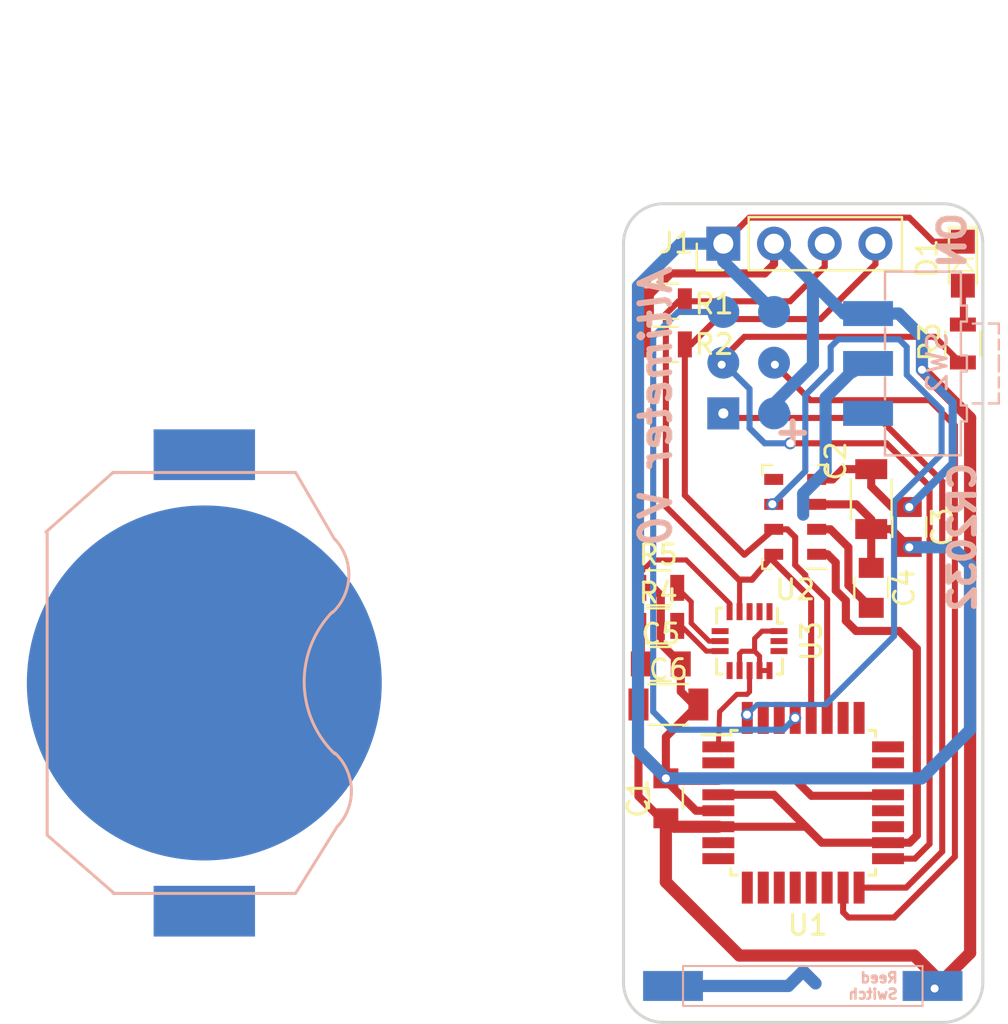
<source format=kicad_pcb>
(kicad_pcb (version 4) (host pcbnew 4.0.7)

  (general
    (links 59)
    (no_connects 8)
    (area 128.104999 73.524999 146.255001 114.675001)
    (thickness 1.6)
    (drawings 19)
    (tracks 264)
    (zones 0)
    (modules 20)
    (nets 40)
  )

  (page A4)
  (layers
    (0 F.Cu signal)
    (31 B.Cu signal)
    (32 B.Adhes user)
    (33 F.Adhes user)
    (34 B.Paste user)
    (35 F.Paste user)
    (36 B.SilkS user)
    (37 F.SilkS user)
    (38 B.Mask user)
    (39 F.Mask user)
    (40 Dwgs.User user)
    (41 Cmts.User user)
    (42 Eco1.User user)
    (43 Eco2.User user hide)
    (44 Edge.Cuts user)
    (45 Margin user)
    (46 B.CrtYd user)
    (47 F.CrtYd user)
    (48 B.Fab user)
    (49 F.Fab user hide)
  )

  (setup
    (last_trace_width 0.3048)
    (user_trace_width 0.254)
    (user_trace_width 0.3048)
    (user_trace_width 0.4064)
    (user_trace_width 0.6096)
    (trace_clearance 0.2)
    (zone_clearance 0.508)
    (zone_45_only no)
    (trace_min 0.2)
    (segment_width 0.2)
    (edge_width 0.15)
    (via_size 0.6)
    (via_drill 0.4)
    (via_min_size 0.4)
    (via_min_drill 0.3)
    (uvia_size 0.3)
    (uvia_drill 0.1)
    (uvias_allowed no)
    (uvia_min_size 0.2)
    (uvia_min_drill 0.1)
    (pcb_text_width 0.3)
    (pcb_text_size 1.5 1.5)
    (mod_edge_width 0.15)
    (mod_text_size 1 1)
    (mod_text_width 0.15)
    (pad_size 1.6 1.6)
    (pad_drill 0.508)
    (pad_to_mask_clearance 0)
    (aux_axis_origin -2.54 3.81)
    (grid_origin 170.18 101.6)
    (visible_elements 7FFFFFFF)
    (pcbplotparams
      (layerselection 0x00030_80000001)
      (usegerberextensions false)
      (excludeedgelayer true)
      (linewidth 0.100000)
      (plotframeref false)
      (viasonmask false)
      (mode 1)
      (useauxorigin false)
      (hpglpennumber 1)
      (hpglpenspeed 20)
      (hpglpendiameter 15)
      (hpglpenoverlay 2)
      (psnegative false)
      (psa4output false)
      (plotreference true)
      (plotvalue true)
      (plotinvisibletext false)
      (padsonsilk false)
      (subtractmaskfromsilk false)
      (outputformat 1)
      (mirror false)
      (drillshape 1)
      (scaleselection 1)
      (outputdirectory ""))
  )

  (net 0 "")
  (net 1 "Net-(BT1-Pad1)")
  (net 2 "Net-(D1-Pad2)")
  (net 3 GND)
  (net 4 VCC)
  (net 5 "Net-(C4-Pad1)")
  (net 6 /MISO)
  (net 7 /SCK)
  (net 8 /MOSI)
  (net 9 /RESET)
  (net 10 /SCL)
  (net 11 /SDA)
  (net 12 "Net-(U1-Pad2)")
  (net 13 "Net-(U1-Pad7)")
  (net 14 "Net-(U1-Pad8)")
  (net 15 "Net-(U1-Pad9)")
  (net 16 "Net-(U1-Pad10)")
  (net 17 "Net-(U1-Pad11)")
  (net 18 "Net-(U1-Pad12)")
  (net 19 "Net-(U1-Pad13)")
  (net 20 "Net-(U1-Pad14)")
  (net 21 "Net-(U1-Pad19)")
  (net 22 "Net-(U1-Pad20)")
  (net 23 "Net-(U1-Pad22)")
  (net 24 "Net-(U1-Pad23)")
  (net 25 "Net-(U1-Pad24)")
  (net 26 "Net-(U1-Pad25)")
  (net 27 "Net-(U1-Pad26)")
  (net 28 "Net-(U1-Pad30)")
  (net 29 "Net-(U1-Pad31)")
  (net 30 /INT1)
  (net 31 "Net-(SW2-Pad3)")
  (net 32 "Net-(R4-Pad2)")
  (net 33 /SDO)
  (net 34 /INT0)
  (net 35 "Net-(U2-Pad5)")
  (net 36 "Net-(U3-Pad3)")
  (net 37 "Net-(U3-Pad2)")
  (net 38 "Net-(U3-Pad9)")
  (net 39 "Net-(U3-Pad15)")

  (net_class Default "This is the default net class."
    (clearance 0.2)
    (trace_width 0.25)
    (via_dia 0.6)
    (via_drill 0.4)
    (uvia_dia 0.3)
    (uvia_drill 0.1)
    (add_net /INT0)
    (add_net /INT1)
    (add_net /MISO)
    (add_net /MOSI)
    (add_net /RESET)
    (add_net /SCK)
    (add_net /SCL)
    (add_net /SDA)
    (add_net /SDO)
    (add_net GND)
    (add_net "Net-(BT1-Pad1)")
    (add_net "Net-(C4-Pad1)")
    (add_net "Net-(D1-Pad2)")
    (add_net "Net-(R4-Pad2)")
    (add_net "Net-(SW2-Pad3)")
    (add_net "Net-(U1-Pad10)")
    (add_net "Net-(U1-Pad11)")
    (add_net "Net-(U1-Pad12)")
    (add_net "Net-(U1-Pad13)")
    (add_net "Net-(U1-Pad14)")
    (add_net "Net-(U1-Pad19)")
    (add_net "Net-(U1-Pad2)")
    (add_net "Net-(U1-Pad20)")
    (add_net "Net-(U1-Pad22)")
    (add_net "Net-(U1-Pad23)")
    (add_net "Net-(U1-Pad24)")
    (add_net "Net-(U1-Pad25)")
    (add_net "Net-(U1-Pad26)")
    (add_net "Net-(U1-Pad30)")
    (add_net "Net-(U1-Pad31)")
    (add_net "Net-(U1-Pad7)")
    (add_net "Net-(U1-Pad8)")
    (add_net "Net-(U1-Pad9)")
    (add_net "Net-(U2-Pad5)")
    (add_net "Net-(U3-Pad15)")
    (add_net "Net-(U3-Pad2)")
    (add_net "Net-(U3-Pad3)")
    (add_net "Net-(U3-Pad9)")
    (add_net VCC)
  )

  (module LEDs:LED_0805 (layer F.Cu) (tedit 5B4A3517) (tstamp 5B4A3A59)
    (at 145.18 76.6 270)
    (descr "LED 0805 smd package")
    (tags "LED led 0805 SMD smd SMT smt smdled SMDLED smtled SMTLED")
    (path /5B4A84E5)
    (attr smd)
    (fp_text reference D1 (at -0.273 1.797 270) (layer F.SilkS)
      (effects (font (size 1 1) (thickness 0.15)))
    )
    (fp_text value LED (at 0 1.55 270) (layer F.Fab)
      (effects (font (size 1 1) (thickness 0.15)))
    )
    (fp_line (start -0.254 0) (end 0.381 -0.508) (layer F.SilkS) (width 0.1))
    (fp_line (start 0.381 -0.508) (end 0.381 0.508) (layer F.SilkS) (width 0.1))
    (fp_line (start 0.381 0.508) (end -0.254 0) (layer F.SilkS) (width 0.1))
    (fp_line (start -0.254 -0.508) (end -0.254 0.508) (layer F.SilkS) (width 0.1))
    (fp_line (start -1.8 -0.7) (end -1.8 0.7) (layer F.SilkS) (width 0.12))
    (fp_line (start -0.4 -0.4) (end -0.4 0.4) (layer F.Fab) (width 0.1))
    (fp_line (start -0.4 0) (end 0.2 -0.4) (layer F.Fab) (width 0.1))
    (fp_line (start 0.2 0.4) (end -0.4 0) (layer F.Fab) (width 0.1))
    (fp_line (start 0.2 -0.4) (end 0.2 0.4) (layer F.Fab) (width 0.1))
    (fp_line (start 1 0.6) (end -1 0.6) (layer F.Fab) (width 0.1))
    (fp_line (start 1 -0.6) (end 1 0.6) (layer F.Fab) (width 0.1))
    (fp_line (start -1 -0.6) (end 1 -0.6) (layer F.Fab) (width 0.1))
    (fp_line (start -1 0.6) (end -1 -0.6) (layer F.Fab) (width 0.1))
    (fp_line (start -1.8 0.7) (end 1 0.7) (layer F.SilkS) (width 0.12))
    (fp_line (start -1.8 -0.7) (end 1 -0.7) (layer F.SilkS) (width 0.12))
    (fp_line (start 1.95 -0.85) (end 1.95 0.85) (layer F.CrtYd) (width 0.05))
    (fp_line (start 1.95 0.85) (end -1.95 0.85) (layer F.CrtYd) (width 0.05))
    (fp_line (start -1.95 0.85) (end -1.95 -0.85) (layer F.CrtYd) (width 0.05))
    (fp_line (start -1.95 -0.85) (end 1.95 -0.85) (layer F.CrtYd) (width 0.05))
    (fp_text user %R (at 0 -1.25 270) (layer F.Fab)
      (effects (font (size 0.4 0.4) (thickness 0.1)))
    )
    (pad 2 smd rect (at 1.1 0 90) (size 1.2 1.2) (layers F.Cu F.Paste F.Mask)
      (net 2 "Net-(D1-Pad2)"))
    (pad 1 smd rect (at -1.1 0 90) (size 1.2 1.2) (layers F.Cu F.Paste F.Mask)
      (net 3 GND))
    (model ${KISYS3DMOD}/LEDs.3dshapes/LED_0805.wrl
      (at (xyz 0 0 0))
      (scale (xyz 1 1 1))
      (rotate (xyz 0 0 180))
    )
  )

  (module myFootPrints:BATT_CR2032_SMD (layer B.Cu) (tedit 56CFB5D2) (tstamp 5B4A0E4F)
    (at 107.18 97.6 270)
    (tags battery)
    (path /5AF1FE3D)
    (fp_text reference BT1 (at 0 -5.08 270) (layer B.SilkS) hide
      (effects (font (size 1.72974 1.08712) (thickness 0.27178)) (justify mirror))
    )
    (fp_text value Battery_Cell (at 0 2.54 270) (layer B.SilkS) hide
      (effects (font (size 1.524 1.016) (thickness 0.254)) (justify mirror))
    )
    (fp_line (start -7.1755 -6.5405) (end -10.541 -4.572) (layer B.SilkS) (width 0.15))
    (fp_line (start 7.1755 -6.6675) (end 10.541 -4.572) (layer B.SilkS) (width 0.15))
    (fp_arc (start -5.4229 -4.6355) (end -3.5179 -6.4135) (angle -90) (layer B.SilkS) (width 0.15))
    (fp_arc (start 5.4102 -4.7625) (end 7.1882 -6.6675) (angle -90) (layer B.SilkS) (width 0.15))
    (fp_arc (start -0.0635 -10.033) (end -3.556 -6.4135) (angle -90) (layer B.SilkS) (width 0.15))
    (fp_line (start 7.62 7.874) (end 10.541 4.5085) (layer B.SilkS) (width 0.15))
    (fp_line (start -10.541 4.572) (end -7.5565 7.9375) (layer B.SilkS) (width 0.15))
    (fp_line (start -7.62 7.874) (end 7.62 7.874) (layer B.SilkS) (width 0.15))
    (fp_line (start -10.541 -4.572) (end -10.541 4.572) (layer B.SilkS) (width 0.15))
    (fp_line (start 10.541 -4.572) (end 10.541 4.572) (layer B.SilkS) (width 0.15))
    (fp_circle (center 0 0) (end -10.16 0) (layer Dwgs.User) (width 0.15))
    (pad 2 smd circle (at 0 0 270) (size 17.78 17.78) (layers B.Cu B.Paste B.Mask)
      (net 3 GND))
    (pad 1 smd rect (at -11.43 0 270) (size 2.54 5.08) (layers B.Cu B.Paste B.Mask)
      (net 1 "Net-(BT1-Pad1)"))
    (pad 1 smd rect (at 11.43 0 270) (size 2.54 5.08) (layers B.Cu B.Paste B.Mask)
      (net 1 "Net-(BT1-Pad1)"))
  )

  (module footprints:REED_SWITCH (layer B.Cu) (tedit 5B4A3603) (tstamp 5B4A15D7)
    (at 137.16 112.776 180)
    (descr "Resistor SMD 1206, reflow soldering, Vishay (see dcrcw.pdf)")
    (tags "resistor 1206")
    (path /5B4A076E)
    (attr smd)
    (fp_text reference SW1 (at 0 1.85 180) (layer B.SilkS) hide
      (effects (font (size 1 1) (thickness 0.15)) (justify mirror))
    )
    (fp_text value SW_Reed (at 0 -1.143 180) (layer B.SilkS) hide
      (effects (font (size 1 1) (thickness 0.15)) (justify mirror))
    )
    (fp_line (start -6 1) (end 6 1) (layer B.SilkS) (width 0.1))
    (fp_line (start 6 1) (end 6 -1) (layer B.SilkS) (width 0.1))
    (fp_line (start 6 -1) (end -6 -1) (layer B.SilkS) (width 0.1))
    (fp_line (start -6 -1) (end -6 1) (layer B.SilkS) (width 0.1))
    (fp_text user %R (at 0 0 180) (layer B.Fab)
      (effects (font (size 0.7 0.7) (thickness 0.105)) (justify mirror))
    )
    (fp_line (start -2.15 1.11) (end 2.15 1.11) (layer B.CrtYd) (width 0.05))
    (fp_line (start -2.15 1.11) (end -2.15 -1.1) (layer B.CrtYd) (width 0.05))
    (fp_line (start 2.15 -1.1) (end 2.15 1.11) (layer B.CrtYd) (width 0.05))
    (fp_line (start 2.15 -1.1) (end -2.15 -1.1) (layer B.CrtYd) (width 0.05))
    (pad 1 smd rect (at -6.5 0 180) (size 3 1.5) (layers B.Cu B.Paste B.Mask)
      (net 4 VCC))
    (pad 2 smd rect (at 6.5 0 180) (size 3 1.5) (layers B.Cu B.Paste B.Mask)
      (net 1 "Net-(BT1-Pad1)"))
    (model ${KISYS3DMOD}/Resistors_SMD.3dshapes/R_1206.wrl
      (at (xyz 0 0 0))
      (scale (xyz 1 1 1))
      (rotate (xyz 0 0 0))
    )
  )

  (module Capacitors_SMD:C_0805 (layer F.Cu) (tedit 5B4A3552) (tstamp 5B4A3A16)
    (at 130.302 103.378 270)
    (descr "Capacitor SMD 0805, reflow soldering, AVX (see smccp.pdf)")
    (tags "capacitor 0805")
    (path /5B4A3F76)
    (attr smd)
    (fp_text reference C1 (at 0 1.397 270) (layer F.SilkS)
      (effects (font (size 1 1) (thickness 0.15)))
    )
    (fp_text value 0.1uF (at 0 1.75 270) (layer F.Fab)
      (effects (font (size 1 1) (thickness 0.15)))
    )
    (fp_text user %R (at 0 -1.5 270) (layer F.Fab)
      (effects (font (size 1 1) (thickness 0.15)))
    )
    (fp_line (start -1 0.62) (end -1 -0.62) (layer F.Fab) (width 0.1))
    (fp_line (start 1 0.62) (end -1 0.62) (layer F.Fab) (width 0.1))
    (fp_line (start 1 -0.62) (end 1 0.62) (layer F.Fab) (width 0.1))
    (fp_line (start -1 -0.62) (end 1 -0.62) (layer F.Fab) (width 0.1))
    (fp_line (start 0.5 -0.85) (end -0.5 -0.85) (layer F.SilkS) (width 0.12))
    (fp_line (start -0.5 0.85) (end 0.5 0.85) (layer F.SilkS) (width 0.12))
    (fp_line (start -1.75 -0.88) (end 1.75 -0.88) (layer F.CrtYd) (width 0.05))
    (fp_line (start -1.75 -0.88) (end -1.75 0.87) (layer F.CrtYd) (width 0.05))
    (fp_line (start 1.75 0.87) (end 1.75 -0.88) (layer F.CrtYd) (width 0.05))
    (fp_line (start 1.75 0.87) (end -1.75 0.87) (layer F.CrtYd) (width 0.05))
    (pad 1 smd rect (at -1 0 270) (size 1 1.25) (layers F.Cu F.Paste F.Mask)
      (net 3 GND))
    (pad 2 smd rect (at 1 0 270) (size 1 1.25) (layers F.Cu F.Paste F.Mask)
      (net 4 VCC))
    (model Capacitors_SMD.3dshapes/C_0805.wrl
      (at (xyz 0 0 0))
      (scale (xyz 1 1 1))
      (rotate (xyz 0 0 0))
    )
  )

  (module Capacitors_SMD:C_1206 (layer F.Cu) (tedit 5B4A353C) (tstamp 5B4A3A27)
    (at 140.589 88.392 270)
    (descr "Capacitor SMD 1206, reflow soldering, AVX (see smccp.pdf)")
    (tags "capacitor 1206")
    (path /5B4A34FF)
    (attr smd)
    (fp_text reference C2 (at -1.905 1.778 270) (layer F.SilkS)
      (effects (font (size 1 1) (thickness 0.15)))
    )
    (fp_text value 10uF (at 0 2 270) (layer F.Fab)
      (effects (font (size 1 1) (thickness 0.15)))
    )
    (fp_text user %R (at 0 -1.75 270) (layer F.Fab)
      (effects (font (size 1 1) (thickness 0.15)))
    )
    (fp_line (start -1.6 0.8) (end -1.6 -0.8) (layer F.Fab) (width 0.1))
    (fp_line (start 1.6 0.8) (end -1.6 0.8) (layer F.Fab) (width 0.1))
    (fp_line (start 1.6 -0.8) (end 1.6 0.8) (layer F.Fab) (width 0.1))
    (fp_line (start -1.6 -0.8) (end 1.6 -0.8) (layer F.Fab) (width 0.1))
    (fp_line (start 1 -1.02) (end -1 -1.02) (layer F.SilkS) (width 0.12))
    (fp_line (start -1 1.02) (end 1 1.02) (layer F.SilkS) (width 0.12))
    (fp_line (start -2.25 -1.05) (end 2.25 -1.05) (layer F.CrtYd) (width 0.05))
    (fp_line (start -2.25 -1.05) (end -2.25 1.05) (layer F.CrtYd) (width 0.05))
    (fp_line (start 2.25 1.05) (end 2.25 -1.05) (layer F.CrtYd) (width 0.05))
    (fp_line (start 2.25 1.05) (end -2.25 1.05) (layer F.CrtYd) (width 0.05))
    (pad 1 smd rect (at -1.5 0 270) (size 1 1.6) (layers F.Cu F.Paste F.Mask)
      (net 4 VCC))
    (pad 2 smd rect (at 1.5 0 270) (size 1 1.6) (layers F.Cu F.Paste F.Mask)
      (net 3 GND))
    (model Capacitors_SMD.3dshapes/C_1206.wrl
      (at (xyz 0 0 0))
      (scale (xyz 1 1 1))
      (rotate (xyz 0 0 0))
    )
  )

  (module Capacitors_SMD:C_0805 (layer F.Cu) (tedit 5B4A3541) (tstamp 5B4A3A38)
    (at 142.494 89.789 270)
    (descr "Capacitor SMD 0805, reflow soldering, AVX (see smccp.pdf)")
    (tags "capacitor 0805")
    (path /5B4A364F)
    (attr smd)
    (fp_text reference C3 (at 0 -1.651 270) (layer F.SilkS)
      (effects (font (size 1 1) (thickness 0.15)))
    )
    (fp_text value 0.1uF (at 0 1.75 270) (layer F.Fab)
      (effects (font (size 1 1) (thickness 0.15)))
    )
    (fp_text user %R (at 0 -1.5 270) (layer F.Fab)
      (effects (font (size 1 1) (thickness 0.15)))
    )
    (fp_line (start -1 0.62) (end -1 -0.62) (layer F.Fab) (width 0.1))
    (fp_line (start 1 0.62) (end -1 0.62) (layer F.Fab) (width 0.1))
    (fp_line (start 1 -0.62) (end 1 0.62) (layer F.Fab) (width 0.1))
    (fp_line (start -1 -0.62) (end 1 -0.62) (layer F.Fab) (width 0.1))
    (fp_line (start 0.5 -0.85) (end -0.5 -0.85) (layer F.SilkS) (width 0.12))
    (fp_line (start -0.5 0.85) (end 0.5 0.85) (layer F.SilkS) (width 0.12))
    (fp_line (start -1.75 -0.88) (end 1.75 -0.88) (layer F.CrtYd) (width 0.05))
    (fp_line (start -1.75 -0.88) (end -1.75 0.87) (layer F.CrtYd) (width 0.05))
    (fp_line (start 1.75 0.87) (end 1.75 -0.88) (layer F.CrtYd) (width 0.05))
    (fp_line (start 1.75 0.87) (end -1.75 0.87) (layer F.CrtYd) (width 0.05))
    (pad 1 smd rect (at -1 0 270) (size 1 1.25) (layers F.Cu F.Paste F.Mask)
      (net 4 VCC))
    (pad 2 smd rect (at 1 0 270) (size 1 1.25) (layers F.Cu F.Paste F.Mask)
      (net 3 GND))
    (model Capacitors_SMD.3dshapes/C_0805.wrl
      (at (xyz 0 0 0))
      (scale (xyz 1 1 1))
      (rotate (xyz 0 0 0))
    )
  )

  (module Capacitors_SMD:C_0805 (layer F.Cu) (tedit 5B4A3569) (tstamp 5B4A3A49)
    (at 140.589 92.837 90)
    (descr "Capacitor SMD 0805, reflow soldering, AVX (see smccp.pdf)")
    (tags "capacitor 0805")
    (path /5B4A29A6)
    (attr smd)
    (fp_text reference C4 (at 0 1.651 90) (layer F.SilkS)
      (effects (font (size 1 1) (thickness 0.15)))
    )
    (fp_text value 0.1uF (at 0 1.75 90) (layer F.Fab)
      (effects (font (size 1 1) (thickness 0.15)))
    )
    (fp_text user %R (at 0 -1.5 90) (layer F.Fab)
      (effects (font (size 1 1) (thickness 0.15)))
    )
    (fp_line (start -1 0.62) (end -1 -0.62) (layer F.Fab) (width 0.1))
    (fp_line (start 1 0.62) (end -1 0.62) (layer F.Fab) (width 0.1))
    (fp_line (start 1 -0.62) (end 1 0.62) (layer F.Fab) (width 0.1))
    (fp_line (start -1 -0.62) (end 1 -0.62) (layer F.Fab) (width 0.1))
    (fp_line (start 0.5 -0.85) (end -0.5 -0.85) (layer F.SilkS) (width 0.12))
    (fp_line (start -0.5 0.85) (end 0.5 0.85) (layer F.SilkS) (width 0.12))
    (fp_line (start -1.75 -0.88) (end 1.75 -0.88) (layer F.CrtYd) (width 0.05))
    (fp_line (start -1.75 -0.88) (end -1.75 0.87) (layer F.CrtYd) (width 0.05))
    (fp_line (start 1.75 0.87) (end 1.75 -0.88) (layer F.CrtYd) (width 0.05))
    (fp_line (start 1.75 0.87) (end -1.75 0.87) (layer F.CrtYd) (width 0.05))
    (pad 1 smd rect (at -1 0 90) (size 1 1.25) (layers F.Cu F.Paste F.Mask)
      (net 5 "Net-(C4-Pad1)"))
    (pad 2 smd rect (at 1 0 90) (size 1 1.25) (layers F.Cu F.Paste F.Mask)
      (net 3 GND))
    (model Capacitors_SMD.3dshapes/C_0805.wrl
      (at (xyz 0 0 0))
      (scale (xyz 1 1 1))
      (rotate (xyz 0 0 0))
    )
  )

  (module myFootPrints:AVR-ISP-6 (layer B.Cu) (tedit 5B4A3A0A) (tstamp 5B4A3A53)
    (at 133.18 84.1)
    (descr "6-lead dip package, row spacing 7.62 mm (300 mils)")
    (tags "dil dip 2.54 300")
    (path /5B4A5ED5)
    (fp_text reference CON1 (at 0 2.54) (layer B.SilkS) hide
      (effects (font (size 1 1) (thickness 0.15)) (justify mirror))
    )
    (fp_text value AVR-ISP-6 (at 0 3.72) (layer B.Fab) hide
      (effects (font (size 1 1) (thickness 0.15)) (justify mirror))
    )
    (pad 1 thru_hole rect (at 0 0) (size 1.6 1.6) (drill 0.508) (layers *.Cu B.Mask)
      (net 6 /MISO))
    (pad 2 smd circle (at 2.54 0) (size 1.6 1.6) (layers B.Cu B.Paste B.Mask)
      (net 4 VCC))
    (pad 3 smd oval (at 0 -2.54) (size 1.6 1.6) (layers B.Cu B.Paste B.Mask)
      (net 7 /SCK))
    (pad 4 smd oval (at 2.54 -2.54) (size 1.6 1.6) (layers B.Cu B.Paste B.Mask)
      (net 8 /MOSI))
    (pad 5 smd oval (at 0 -5.08) (size 1.6 1.6) (layers B.Cu B.Paste B.Mask)
      (net 9 /RESET))
    (pad 6 smd oval (at 2.54 -5.08) (size 1.6 1.6) (layers B.Cu B.Paste B.Mask)
      (net 3 GND))
  )

  (module Pin_Headers:Pin_Header_Straight_1x04_Pitch2.54mm (layer F.Cu) (tedit 5B4A358B) (tstamp 5B4A3A71)
    (at 133.18 75.6 90)
    (descr "Through hole straight pin header, 1x04, 2.54mm pitch, single row")
    (tags "Through hole pin header THT 1x04 2.54mm single row")
    (path /5B4A13C3)
    (fp_text reference J1 (at 0.035 -2.37 180) (layer F.SilkS)
      (effects (font (size 1 1) (thickness 0.15)))
    )
    (fp_text value Display (at 0 9.95 90) (layer F.Fab)
      (effects (font (size 1 1) (thickness 0.15)))
    )
    (fp_line (start -0.635 -1.27) (end 1.27 -1.27) (layer F.Fab) (width 0.1))
    (fp_line (start 1.27 -1.27) (end 1.27 8.89) (layer F.Fab) (width 0.1))
    (fp_line (start 1.27 8.89) (end -1.27 8.89) (layer F.Fab) (width 0.1))
    (fp_line (start -1.27 8.89) (end -1.27 -0.635) (layer F.Fab) (width 0.1))
    (fp_line (start -1.27 -0.635) (end -0.635 -1.27) (layer F.Fab) (width 0.1))
    (fp_line (start -1.33 8.95) (end 1.33 8.95) (layer F.SilkS) (width 0.12))
    (fp_line (start -1.33 1.27) (end -1.33 8.95) (layer F.SilkS) (width 0.12))
    (fp_line (start 1.33 1.27) (end 1.33 8.95) (layer F.SilkS) (width 0.12))
    (fp_line (start -1.33 1.27) (end 1.33 1.27) (layer F.SilkS) (width 0.12))
    (fp_line (start -1.33 0) (end -1.33 -1.33) (layer F.SilkS) (width 0.12))
    (fp_line (start -1.33 -1.33) (end 0 -1.33) (layer F.SilkS) (width 0.12))
    (fp_line (start -1.8 -1.8) (end -1.8 9.4) (layer F.CrtYd) (width 0.05))
    (fp_line (start -1.8 9.4) (end 1.8 9.4) (layer F.CrtYd) (width 0.05))
    (fp_line (start 1.8 9.4) (end 1.8 -1.8) (layer F.CrtYd) (width 0.05))
    (fp_line (start 1.8 -1.8) (end -1.8 -1.8) (layer F.CrtYd) (width 0.05))
    (fp_text user %R (at 0 3.81 180) (layer F.Fab)
      (effects (font (size 1 1) (thickness 0.15)))
    )
    (pad 1 thru_hole rect (at 0 0 90) (size 1.7 1.7) (drill 1) (layers *.Cu *.Mask)
      (net 3 GND))
    (pad 2 thru_hole oval (at 0 2.54 90) (size 1.7 1.7) (drill 1) (layers *.Cu *.Mask)
      (net 4 VCC))
    (pad 3 thru_hole oval (at 0 5.08 90) (size 1.7 1.7) (drill 1) (layers *.Cu *.Mask)
      (net 10 /SCL))
    (pad 4 thru_hole oval (at 0 7.62 90) (size 1.7 1.7) (drill 1) (layers *.Cu *.Mask)
      (net 11 /SDA))
    (model ${KISYS3DMOD}/Pin_Headers.3dshapes/Pin_Header_Straight_1x04_Pitch2.54mm.wrl
      (at (xyz 0 0 0))
      (scale (xyz 1 1 1))
      (rotate (xyz 0 0 0))
    )
  )

  (module Resistors_SMD:R_0805 (layer F.Cu) (tedit 5B4A3587) (tstamp 5B4A3A82)
    (at 130.302 78.486)
    (descr "Resistor SMD 0805, reflow soldering, Vishay (see dcrcw.pdf)")
    (tags "resistor 0805")
    (path /5B4A2460)
    (attr smd)
    (fp_text reference R1 (at 2.413 0.127) (layer F.SilkS)
      (effects (font (size 1 1) (thickness 0.15)))
    )
    (fp_text value 1K (at 0 1.75) (layer F.Fab)
      (effects (font (size 1 1) (thickness 0.15)))
    )
    (fp_text user %R (at 0 0) (layer F.Fab)
      (effects (font (size 0.5 0.5) (thickness 0.075)))
    )
    (fp_line (start -1 0.62) (end -1 -0.62) (layer F.Fab) (width 0.1))
    (fp_line (start 1 0.62) (end -1 0.62) (layer F.Fab) (width 0.1))
    (fp_line (start 1 -0.62) (end 1 0.62) (layer F.Fab) (width 0.1))
    (fp_line (start -1 -0.62) (end 1 -0.62) (layer F.Fab) (width 0.1))
    (fp_line (start 0.6 0.88) (end -0.6 0.88) (layer F.SilkS) (width 0.12))
    (fp_line (start -0.6 -0.88) (end 0.6 -0.88) (layer F.SilkS) (width 0.12))
    (fp_line (start -1.55 -0.9) (end 1.55 -0.9) (layer F.CrtYd) (width 0.05))
    (fp_line (start -1.55 -0.9) (end -1.55 0.9) (layer F.CrtYd) (width 0.05))
    (fp_line (start 1.55 0.9) (end 1.55 -0.9) (layer F.CrtYd) (width 0.05))
    (fp_line (start 1.55 0.9) (end -1.55 0.9) (layer F.CrtYd) (width 0.05))
    (pad 1 smd rect (at -0.95 0) (size 0.7 1.3) (layers F.Cu F.Paste F.Mask)
      (net 4 VCC))
    (pad 2 smd rect (at 0.95 0) (size 0.7 1.3) (layers F.Cu F.Paste F.Mask)
      (net 10 /SCL))
    (model ${KISYS3DMOD}/Resistors_SMD.3dshapes/R_0805.wrl
      (at (xyz 0 0 0))
      (scale (xyz 1 1 1))
      (rotate (xyz 0 0 0))
    )
  )

  (module Resistors_SMD:R_0805 (layer F.Cu) (tedit 5B4A3574) (tstamp 5B4A3A93)
    (at 130.302 80.645)
    (descr "Resistor SMD 0805, reflow soldering, Vishay (see dcrcw.pdf)")
    (tags "resistor 0805")
    (path /5B4A240C)
    (attr smd)
    (fp_text reference R2 (at 2.413 0) (layer F.SilkS)
      (effects (font (size 1 1) (thickness 0.15)))
    )
    (fp_text value 1K (at 0 1.75) (layer F.Fab)
      (effects (font (size 1 1) (thickness 0.15)))
    )
    (fp_text user %R (at 0 0) (layer F.Fab)
      (effects (font (size 0.5 0.5) (thickness 0.075)))
    )
    (fp_line (start -1 0.62) (end -1 -0.62) (layer F.Fab) (width 0.1))
    (fp_line (start 1 0.62) (end -1 0.62) (layer F.Fab) (width 0.1))
    (fp_line (start 1 -0.62) (end 1 0.62) (layer F.Fab) (width 0.1))
    (fp_line (start -1 -0.62) (end 1 -0.62) (layer F.Fab) (width 0.1))
    (fp_line (start 0.6 0.88) (end -0.6 0.88) (layer F.SilkS) (width 0.12))
    (fp_line (start -0.6 -0.88) (end 0.6 -0.88) (layer F.SilkS) (width 0.12))
    (fp_line (start -1.55 -0.9) (end 1.55 -0.9) (layer F.CrtYd) (width 0.05))
    (fp_line (start -1.55 -0.9) (end -1.55 0.9) (layer F.CrtYd) (width 0.05))
    (fp_line (start 1.55 0.9) (end 1.55 -0.9) (layer F.CrtYd) (width 0.05))
    (fp_line (start 1.55 0.9) (end -1.55 0.9) (layer F.CrtYd) (width 0.05))
    (pad 1 smd rect (at -0.95 0) (size 0.7 1.3) (layers F.Cu F.Paste F.Mask)
      (net 4 VCC))
    (pad 2 smd rect (at 0.95 0) (size 0.7 1.3) (layers F.Cu F.Paste F.Mask)
      (net 11 /SDA))
    (model ${KISYS3DMOD}/Resistors_SMD.3dshapes/R_0805.wrl
      (at (xyz 0 0 0))
      (scale (xyz 1 1 1))
      (rotate (xyz 0 0 0))
    )
  )

  (module Resistors_SMD:R_0805 (layer F.Cu) (tedit 5B4A35B2) (tstamp 5B4A3AA4)
    (at 145.18 80.6 270)
    (descr "Resistor SMD 0805, reflow soldering, Vishay (see dcrcw.pdf)")
    (tags "resistor 0805")
    (path /5B4A8477)
    (attr smd)
    (fp_text reference R3 (at -0.082 1.67 270) (layer F.SilkS)
      (effects (font (size 1 1) (thickness 0.15)))
    )
    (fp_text value 1K (at 0 1.75 270) (layer F.Fab)
      (effects (font (size 1 1) (thickness 0.15)))
    )
    (fp_text user %R (at 0 0 270) (layer F.Fab)
      (effects (font (size 0.5 0.5) (thickness 0.075)))
    )
    (fp_line (start -1 0.62) (end -1 -0.62) (layer F.Fab) (width 0.1))
    (fp_line (start 1 0.62) (end -1 0.62) (layer F.Fab) (width 0.1))
    (fp_line (start 1 -0.62) (end 1 0.62) (layer F.Fab) (width 0.1))
    (fp_line (start -1 -0.62) (end 1 -0.62) (layer F.Fab) (width 0.1))
    (fp_line (start 0.6 0.88) (end -0.6 0.88) (layer F.SilkS) (width 0.12))
    (fp_line (start -0.6 -0.88) (end 0.6 -0.88) (layer F.SilkS) (width 0.12))
    (fp_line (start -1.55 -0.9) (end 1.55 -0.9) (layer F.CrtYd) (width 0.05))
    (fp_line (start -1.55 -0.9) (end -1.55 0.9) (layer F.CrtYd) (width 0.05))
    (fp_line (start 1.55 0.9) (end 1.55 -0.9) (layer F.CrtYd) (width 0.05))
    (fp_line (start 1.55 0.9) (end -1.55 0.9) (layer F.CrtYd) (width 0.05))
    (pad 1 smd rect (at -0.95 0 270) (size 0.7 1.3) (layers F.Cu F.Paste F.Mask)
      (net 2 "Net-(D1-Pad2)"))
    (pad 2 smd rect (at 0.95 0 270) (size 0.7 1.3) (layers F.Cu F.Paste F.Mask)
      (net 7 /SCK))
    (model ${KISYS3DMOD}/Resistors_SMD.3dshapes/R_0805.wrl
      (at (xyz 0 0 0))
      (scale (xyz 1 1 1))
      (rotate (xyz 0 0 0))
    )
  )

  (module Buttons_Switches_SMD:SW_SPDT_CK-JS102011SAQN (layer B.Cu) (tedit 5B4A35BB) (tstamp 5B4A3AAD)
    (at 143.18 81.6 270)
    (descr http://www.ckswitches.com/media/1422/js.pdf)
    (tags "switch spdt")
    (path /5B4A3BF4)
    (attr smd)
    (fp_text reference SW2 (at -0.066 -0.711 270) (layer B.SilkS)
      (effects (font (size 1 1) (thickness 0.15)) (justify mirror))
    )
    (fp_text value SW_SPDT (at 0 2.9 270) (layer B.Fab)
      (effects (font (size 1 1) (thickness 0.15)) (justify mirror))
    )
    (fp_line (start -4.5 1.8) (end 4.5 1.8) (layer B.Fab) (width 0.1))
    (fp_line (start 4.5 1.8) (end 4.5 -1.8) (layer B.Fab) (width 0.1))
    (fp_line (start 4.5 -1.8) (end -4.4 -1.8) (layer B.Fab) (width 0.1))
    (fp_line (start -4.4 -1.8) (end -4.5 -1.8) (layer B.Fab) (width 0.1))
    (fp_line (start -4.5 -1.8) (end -4.5 -1.8) (layer B.Fab) (width 0.1))
    (fp_line (start -4.5 1.8) (end -4.5 -1.8) (layer B.Fab) (width 0.1))
    (fp_line (start -4.5 -1.8) (end -4.5 -1.8) (layer B.Fab) (width 0.1))
    (fp_text user %R (at 0 0 270) (layer B.Fab)
      (effects (font (size 1 1) (thickness 0.15)) (justify mirror))
    )
    (fp_line (start -1.5 -1.8) (end -1.5 -1.8) (layer B.Fab) (width 0.1))
    (fp_line (start 3.2 1.9) (end 4.6 1.9) (layer B.SilkS) (width 0.12))
    (fp_line (start 4.6 1.9) (end 4.6 -1.9) (layer B.SilkS) (width 0.12))
    (fp_line (start -4.6 -1.9) (end -4.6 1.9) (layer B.SilkS) (width 0.12))
    (fp_line (start -4.6 1.9) (end -3.2 1.9) (layer B.SilkS) (width 0.12))
    (fp_line (start 1.8 1.9) (end 0.7 1.9) (layer B.SilkS) (width 0.12))
    (fp_line (start 0.7 1.9) (end 0.7 1.9) (layer B.SilkS) (width 0.12))
    (fp_line (start -0.7 1.9) (end -1.8 1.9) (layer B.SilkS) (width 0.12))
    (fp_line (start -1.8 1.9) (end -1.8 1.9) (layer B.SilkS) (width 0.12))
    (fp_line (start 0.3 -1.8) (end 0.3 -2.1) (layer B.Fab) (width 0.1))
    (fp_line (start 0.3 -2.1) (end -0.3 -2.1) (layer B.Fab) (width 0.1))
    (fp_line (start -0.3 -2.1) (end -0.3 -1.8) (layer B.Fab) (width 0.1))
    (fp_line (start -0.3 -1.8) (end -0.3 -1.8) (layer B.Fab) (width 0.1))
    (fp_line (start -2.2 -1.8) (end -2.2 -2.1) (layer B.Fab) (width 0.1))
    (fp_line (start -2.2 -2.1) (end -2.8 -2.1) (layer B.Fab) (width 0.1))
    (fp_line (start -2.8 -2.1) (end -2.8 -1.8) (layer B.Fab) (width 0.1))
    (fp_line (start -2.8 -1.8) (end -2.8 -1.8) (layer B.Fab) (width 0.1))
    (fp_line (start 2.2 -1.8) (end 2.2 -2.1) (layer B.Fab) (width 0.1))
    (fp_line (start 2.2 -2.1) (end 2.8 -2.1) (layer B.Fab) (width 0.1))
    (fp_line (start 2.8 -2.1) (end 2.8 -1.8) (layer B.Fab) (width 0.1))
    (fp_line (start 2.8 -1.8) (end 2.8 -1.8) (layer B.Fab) (width 0.1))
    (fp_line (start 4.6 -1.9) (end 2.9 -1.9) (layer B.SilkS) (width 0.12))
    (fp_line (start 2.9 -1.9) (end 2.9 -2.2) (layer B.SilkS) (width 0.12))
    (fp_line (start 2.9 -2.2) (end 2.1 -2.2) (layer B.SilkS) (width 0.12))
    (fp_line (start 2.1 -2.2) (end 2.1 -1.9) (layer B.SilkS) (width 0.12))
    (fp_line (start 2.1 -1.9) (end 0.4 -1.9) (layer B.SilkS) (width 0.12))
    (fp_line (start 0.4 -1.9) (end 0.4 -2.2) (layer B.SilkS) (width 0.12))
    (fp_line (start 0.4 -2.2) (end -0.4 -2.2) (layer B.SilkS) (width 0.12))
    (fp_line (start -0.4 -2.2) (end -0.4 -1.9) (layer B.SilkS) (width 0.12))
    (fp_line (start -0.4 -1.9) (end -2.1 -1.9) (layer B.SilkS) (width 0.12))
    (fp_line (start -2.1 -1.9) (end -2.1 -2.2) (layer B.SilkS) (width 0.12))
    (fp_line (start -2.1 -2.2) (end -2.9 -2.2) (layer B.SilkS) (width 0.12))
    (fp_line (start -2.9 -2.2) (end -2.9 -1.9) (layer B.SilkS) (width 0.12))
    (fp_line (start -2.9 -1.9) (end -4.6 -1.9) (layer B.SilkS) (width 0.12))
    (fp_line (start -4.6 -1.9) (end -4.6 -1.9) (layer B.SilkS) (width 0.12))
    (fp_line (start -0.5 -1.8) (end -0.5 -3.8) (layer B.Fab) (width 0.1))
    (fp_line (start -0.5 -3.8) (end -2 -3.8) (layer B.Fab) (width 0.1))
    (fp_line (start -2 -3.8) (end -2 -1.8) (layer B.Fab) (width 0.1))
    (fp_line (start -2 -1.8) (end -2 -1.8) (layer B.Fab) (width 0.1))
    (fp_line (start -5 2.25) (end -5 -2.25) (layer B.CrtYd) (width 0.05))
    (fp_line (start -5 -2.25) (end -3.25 -2.25) (layer B.CrtYd) (width 0.05))
    (fp_line (start -3.25 -2.25) (end -3.25 -2.75) (layer B.CrtYd) (width 0.05))
    (fp_line (start -3.25 -2.75) (end -2.5 -2.75) (layer B.CrtYd) (width 0.05))
    (fp_line (start -2.5 -2.75) (end -2.5 -4.25) (layer B.CrtYd) (width 0.05))
    (fp_line (start -2.5 -4.25) (end 2.5 -4.25) (layer B.CrtYd) (width 0.05))
    (fp_line (start 2.5 -4.25) (end 2.5 -2.5) (layer B.CrtYd) (width 0.05))
    (fp_line (start 2.5 -2.5) (end 3.25 -2.5) (layer B.CrtYd) (width 0.05))
    (fp_line (start 3.25 -2.5) (end 3.25 -2.25) (layer B.CrtYd) (width 0.05))
    (fp_line (start 3.25 -2.25) (end 5 -2.25) (layer B.CrtYd) (width 0.05))
    (fp_line (start 5 -2.25) (end 5 2.25) (layer B.CrtYd) (width 0.05))
    (fp_line (start 5 2.25) (end 3.5 2.25) (layer B.CrtYd) (width 0.05))
    (fp_line (start 3.5 2.25) (end 3.5 4.5) (layer B.CrtYd) (width 0.05))
    (fp_line (start 3.5 4.5) (end -3.5 4.5) (layer B.CrtYd) (width 0.05))
    (fp_line (start -3.5 4.5) (end -3.5 2.25) (layer B.CrtYd) (width 0.05))
    (fp_line (start -3.5 2.25) (end -5 2.25) (layer B.CrtYd) (width 0.05))
    (fp_line (start -5 2.25) (end -5 2.25) (layer B.CrtYd) (width 0.05))
    (fp_line (start -2 -3.8) (end -2 -3.3) (layer B.SilkS) (width 0.12))
    (fp_line (start -2 -3.3) (end -2 -3.3) (layer B.SilkS) (width 0.12))
    (fp_line (start -2 -3.8) (end -1.5 -3.8) (layer B.SilkS) (width 0.12))
    (fp_line (start -1.5 -3.8) (end -1.5 -3.8) (layer B.SilkS) (width 0.12))
    (fp_line (start 2 -3.8) (end 1.5 -3.8) (layer B.SilkS) (width 0.12))
    (fp_line (start 1.5 -3.8) (end 1.5 -3.8) (layer B.SilkS) (width 0.12))
    (fp_line (start 2 -3.8) (end 2 -3.3) (layer B.SilkS) (width 0.12))
    (fp_line (start 2 -3.3) (end 2 -3.3) (layer B.SilkS) (width 0.12))
    (fp_line (start 2 -3) (end 2 -2.5) (layer B.SilkS) (width 0.12))
    (fp_line (start 2 -2.5) (end 2 -2.5) (layer B.SilkS) (width 0.12))
    (fp_line (start -2 -3) (end -2 -2.5) (layer B.SilkS) (width 0.12))
    (fp_line (start -2 -2.5) (end -2 -2.5) (layer B.SilkS) (width 0.12))
    (fp_line (start -1.2 -3.8) (end -0.7 -3.8) (layer B.SilkS) (width 0.12))
    (fp_line (start -0.7 -3.8) (end -0.7 -3.8) (layer B.SilkS) (width 0.12))
    (fp_line (start 1.2 -3.8) (end 0.7 -3.8) (layer B.SilkS) (width 0.12))
    (fp_line (start 0.7 -3.8) (end 0.7 -3.8) (layer B.SilkS) (width 0.12))
    (fp_line (start 0.4 -3.8) (end -0.4 -3.8) (layer B.SilkS) (width 0.12))
    (fp_line (start -0.4 -3.8) (end -0.4 -3.8) (layer B.SilkS) (width 0.12))
    (pad 1 smd rect (at -2.5 2.75 270) (size 1.25 2.5) (layers B.Cu B.Paste B.Mask)
      (net 4 VCC))
    (pad 2 smd rect (at 0 2.75 270) (size 1.25 2.5) (layers B.Cu B.Paste B.Mask)
      (net 1 "Net-(BT1-Pad1)"))
    (pad 3 smd rect (at 2.5 2.75 270) (size 1.25 2.5) (layers B.Cu B.Paste B.Mask)
      (net 31 "Net-(SW2-Pad3)"))
    (pad "" np_thru_hole circle (at -3.4 0 270) (size 0.9 0.9) (drill 0.9) (layers *.Cu *.Mask))
    (pad "" np_thru_hole circle (at 3.4 0 270) (size 0.9 0.9) (drill 0.9) (layers *.Cu *.Mask))
    (model ${KISYS3DMOD}/Buttons_Switches_SMD.3dshapes/SW_SPDT_CK-JS102011SAQN.wrl
      (at (xyz 0 0 0))
      (scale (xyz 1 1 1))
      (rotate (xyz 0 0 0))
    )
  )

  (module Housings_QFP:TQFP-32_7x7mm_Pitch0.8mm (layer F.Cu) (tedit 5B4A35FA) (tstamp 5B4A3AD1)
    (at 137.18 103.6)
    (descr "32-Lead Plastic Thin Quad Flatpack (PT) - 7x7x1.0 mm Body, 2.00 mm [TQFP] (see Microchip Packaging Specification 00000049BS.pdf)")
    (tags "QFP 0.8")
    (path /5B4A122E)
    (attr smd)
    (fp_text reference U1 (at 0.234 6.128) (layer F.SilkS)
      (effects (font (size 1 1) (thickness 0.15)))
    )
    (fp_text value ATMEGA328P-AU (at 0 6.05) (layer F.Fab)
      (effects (font (size 1 1) (thickness 0.15)))
    )
    (fp_text user %R (at 0 0) (layer F.Fab)
      (effects (font (size 1 1) (thickness 0.15)))
    )
    (fp_line (start -2.5 -3.5) (end 3.5 -3.5) (layer F.Fab) (width 0.15))
    (fp_line (start 3.5 -3.5) (end 3.5 3.5) (layer F.Fab) (width 0.15))
    (fp_line (start 3.5 3.5) (end -3.5 3.5) (layer F.Fab) (width 0.15))
    (fp_line (start -3.5 3.5) (end -3.5 -2.5) (layer F.Fab) (width 0.15))
    (fp_line (start -3.5 -2.5) (end -2.5 -3.5) (layer F.Fab) (width 0.15))
    (fp_line (start -5.3 -5.3) (end -5.3 5.3) (layer F.CrtYd) (width 0.05))
    (fp_line (start 5.3 -5.3) (end 5.3 5.3) (layer F.CrtYd) (width 0.05))
    (fp_line (start -5.3 -5.3) (end 5.3 -5.3) (layer F.CrtYd) (width 0.05))
    (fp_line (start -5.3 5.3) (end 5.3 5.3) (layer F.CrtYd) (width 0.05))
    (fp_line (start -3.625 -3.625) (end -3.625 -3.4) (layer F.SilkS) (width 0.15))
    (fp_line (start 3.625 -3.625) (end 3.625 -3.3) (layer F.SilkS) (width 0.15))
    (fp_line (start 3.625 3.625) (end 3.625 3.3) (layer F.SilkS) (width 0.15))
    (fp_line (start -3.625 3.625) (end -3.625 3.3) (layer F.SilkS) (width 0.15))
    (fp_line (start -3.625 -3.625) (end -3.3 -3.625) (layer F.SilkS) (width 0.15))
    (fp_line (start -3.625 3.625) (end -3.3 3.625) (layer F.SilkS) (width 0.15))
    (fp_line (start 3.625 3.625) (end 3.3 3.625) (layer F.SilkS) (width 0.15))
    (fp_line (start 3.625 -3.625) (end 3.3 -3.625) (layer F.SilkS) (width 0.15))
    (fp_line (start -3.625 -3.4) (end -5.05 -3.4) (layer F.SilkS) (width 0.15))
    (pad 1 smd rect (at -4.25 -2.8) (size 1.6 0.55) (layers F.Cu F.Paste F.Mask)
      (net 30 /INT1))
    (pad 2 smd rect (at -4.25 -2) (size 1.6 0.55) (layers F.Cu F.Paste F.Mask)
      (net 12 "Net-(U1-Pad2)"))
    (pad 3 smd rect (at -4.25 -1.2) (size 1.6 0.55) (layers F.Cu F.Paste F.Mask)
      (net 3 GND))
    (pad 4 smd rect (at -4.25 -0.4) (size 1.6 0.55) (layers F.Cu F.Paste F.Mask)
      (net 4 VCC))
    (pad 5 smd rect (at -4.25 0.4) (size 1.6 0.55) (layers F.Cu F.Paste F.Mask)
      (net 3 GND))
    (pad 6 smd rect (at -4.25 1.2) (size 1.6 0.55) (layers F.Cu F.Paste F.Mask)
      (net 4 VCC))
    (pad 7 smd rect (at -4.25 2) (size 1.6 0.55) (layers F.Cu F.Paste F.Mask)
      (net 13 "Net-(U1-Pad7)"))
    (pad 8 smd rect (at -4.25 2.8) (size 1.6 0.55) (layers F.Cu F.Paste F.Mask)
      (net 14 "Net-(U1-Pad8)"))
    (pad 9 smd rect (at -2.8 4.25 90) (size 1.6 0.55) (layers F.Cu F.Paste F.Mask)
      (net 15 "Net-(U1-Pad9)"))
    (pad 10 smd rect (at -2 4.25 90) (size 1.6 0.55) (layers F.Cu F.Paste F.Mask)
      (net 16 "Net-(U1-Pad10)"))
    (pad 11 smd rect (at -1.2 4.25 90) (size 1.6 0.55) (layers F.Cu F.Paste F.Mask)
      (net 17 "Net-(U1-Pad11)"))
    (pad 12 smd rect (at -0.4 4.25 90) (size 1.6 0.55) (layers F.Cu F.Paste F.Mask)
      (net 18 "Net-(U1-Pad12)"))
    (pad 13 smd rect (at 0.4 4.25 90) (size 1.6 0.55) (layers F.Cu F.Paste F.Mask)
      (net 19 "Net-(U1-Pad13)"))
    (pad 14 smd rect (at 1.2 4.25 90) (size 1.6 0.55) (layers F.Cu F.Paste F.Mask)
      (net 20 "Net-(U1-Pad14)"))
    (pad 15 smd rect (at 2 4.25 90) (size 1.6 0.55) (layers F.Cu F.Paste F.Mask)
      (net 8 /MOSI))
    (pad 16 smd rect (at 2.8 4.25 90) (size 1.6 0.55) (layers F.Cu F.Paste F.Mask)
      (net 6 /MISO))
    (pad 17 smd rect (at 4.25 2.8) (size 1.6 0.55) (layers F.Cu F.Paste F.Mask)
      (net 7 /SCK))
    (pad 18 smd rect (at 4.25 2) (size 1.6 0.55) (layers F.Cu F.Paste F.Mask)
      (net 4 VCC))
    (pad 19 smd rect (at 4.25 1.2) (size 1.6 0.55) (layers F.Cu F.Paste F.Mask)
      (net 21 "Net-(U1-Pad19)"))
    (pad 20 smd rect (at 4.25 0.4) (size 1.6 0.55) (layers F.Cu F.Paste F.Mask)
      (net 22 "Net-(U1-Pad20)"))
    (pad 21 smd rect (at 4.25 -0.4) (size 1.6 0.55) (layers F.Cu F.Paste F.Mask)
      (net 3 GND))
    (pad 22 smd rect (at 4.25 -1.2) (size 1.6 0.55) (layers F.Cu F.Paste F.Mask)
      (net 23 "Net-(U1-Pad22)"))
    (pad 23 smd rect (at 4.25 -2) (size 1.6 0.55) (layers F.Cu F.Paste F.Mask)
      (net 24 "Net-(U1-Pad23)"))
    (pad 24 smd rect (at 4.25 -2.8) (size 1.6 0.55) (layers F.Cu F.Paste F.Mask)
      (net 25 "Net-(U1-Pad24)"))
    (pad 25 smd rect (at 2.8 -4.25 90) (size 1.6 0.55) (layers F.Cu F.Paste F.Mask)
      (net 26 "Net-(U1-Pad25)"))
    (pad 26 smd rect (at 2 -4.25 90) (size 1.6 0.55) (layers F.Cu F.Paste F.Mask)
      (net 27 "Net-(U1-Pad26)"))
    (pad 27 smd rect (at 1.2 -4.25 90) (size 1.6 0.55) (layers F.Cu F.Paste F.Mask)
      (net 11 /SDA))
    (pad 28 smd rect (at 0.4 -4.25 90) (size 1.6 0.55) (layers F.Cu F.Paste F.Mask)
      (net 10 /SCL))
    (pad 29 smd rect (at -0.4 -4.25 90) (size 1.6 0.55) (layers F.Cu F.Paste F.Mask)
      (net 9 /RESET))
    (pad 30 smd rect (at -1.2 -4.25 90) (size 1.6 0.55) (layers F.Cu F.Paste F.Mask)
      (net 28 "Net-(U1-Pad30)"))
    (pad 31 smd rect (at -2 -4.25 90) (size 1.6 0.55) (layers F.Cu F.Paste F.Mask)
      (net 29 "Net-(U1-Pad31)"))
    (pad 32 smd rect (at -2.8 -4.25 90) (size 1.6 0.55) (layers F.Cu F.Paste F.Mask)
      (net 34 /INT0))
    (model ${KISYS3DMOD}/Housings_QFP.3dshapes/TQFP-32_7x7mm_Pitch0.8mm.wrl
      (at (xyz 0 0 0))
      (scale (xyz 1 1 1))
      (rotate (xyz 0 0 0))
    )
  )

  (module Housings_LGA:LGA-8_3x5mm_Pitch1.25mm (layer F.Cu) (tedit 58F5251A) (tstamp 5B4A3AEE)
    (at 136.779 89.281 180)
    (descr LGA-8)
    (tags "lga land grid array")
    (path /5B4A2B5B)
    (attr smd)
    (fp_text reference U2 (at 0 -3.65 180) (layer F.SilkS)
      (effects (font (size 1 1) (thickness 0.15)))
    )
    (fp_text value MPL3115A (at 0 3.65 180) (layer F.Fab)
      (effects (font (size 1 1) (thickness 0.15)))
    )
    (fp_text user %R (at 0 0 180) (layer F.Fab)
      (effects (font (size 0.5 0.5) (thickness 0.075)))
    )
    (fp_line (start 1.5 -2.5) (end 1.5 2.5) (layer F.Fab) (width 0.1))
    (fp_line (start 1.5 2.5) (end -1.5 2.5) (layer F.Fab) (width 0.1))
    (fp_line (start -1.5 2.5) (end -1.5 -1.75) (layer F.Fab) (width 0.1))
    (fp_line (start -1.5 -1.75) (end -0.75 -2.5) (layer F.Fab) (width 0.1))
    (fp_line (start -0.75 -2.5) (end 1.5 -2.5) (layer F.Fab) (width 0.1))
    (fp_line (start 1.15 -2.6) (end 1.65 -2.6) (layer F.SilkS) (width 0.12))
    (fp_line (start 1.65 -2.6) (end 1.65 -2.1) (layer F.SilkS) (width 0.12))
    (fp_line (start 1.65 2.1) (end 1.65 2.6) (layer F.SilkS) (width 0.12))
    (fp_line (start 1.65 2.6) (end 1.15 2.6) (layer F.SilkS) (width 0.12))
    (fp_line (start -1.15 2.6) (end -1.65 2.6) (layer F.SilkS) (width 0.12))
    (fp_line (start -1.65 2.6) (end -1.65 2.1) (layer F.SilkS) (width 0.12))
    (fp_line (start -1.55 -2.6) (end -0.6 -2.6) (layer F.SilkS) (width 0.12))
    (fp_line (start -1.8 -2.75) (end 1.8 -2.75) (layer F.CrtYd) (width 0.05))
    (fp_line (start -1.8 -2.75) (end -1.8 2.75) (layer F.CrtYd) (width 0.05))
    (fp_line (start 1.8 2.75) (end 1.8 -2.75) (layer F.CrtYd) (width 0.05))
    (fp_line (start 1.8 2.75) (end -1.8 2.75) (layer F.CrtYd) (width 0.05))
    (pad 4 smd rect (at -1.075 1.875 180) (size 0.95 0.55) (layers F.Cu F.Paste F.Mask)
      (net 4 VCC))
    (pad 1 smd rect (at -1.075 -1.875 180) (size 0.95 0.55) (layers F.Cu F.Paste F.Mask)
      (net 4 VCC))
    (pad 2 smd rect (at -1.075 -0.625 180) (size 0.95 0.55) (layers F.Cu F.Paste F.Mask)
      (net 5 "Net-(C4-Pad1)"))
    (pad 3 smd rect (at -1.075 0.625 180) (size 0.95 0.55) (layers F.Cu F.Paste F.Mask)
      (net 3 GND))
    (pad 8 smd rect (at 1.075 -1.875 180) (size 0.95 0.55) (layers F.Cu F.Paste F.Mask)
      (net 10 /SCL))
    (pad 7 smd rect (at 1.075 -0.625 180) (size 0.95 0.55) (layers F.Cu F.Paste F.Mask)
      (net 11 /SDA))
    (pad 6 smd rect (at 1.075 0.625 180) (size 0.95 0.55) (layers F.Cu F.Paste F.Mask)
      (net 34 /INT0))
    (pad 5 smd rect (at 1.075 1.875 180) (size 0.95 0.55) (layers F.Cu F.Paste F.Mask)
      (net 35 "Net-(U2-Pad5)"))
    (model ${KISYS3DMOD}/Housings_LGA.3dshapes/LGA-8_3x5mm_Pitch1.25mm.wrl
      (at (xyz 0 0 0))
      (scale (xyz 1 1 1))
      (rotate (xyz 0 0 0))
    )
  )

  (module Capacitors_SMD:C_0805 (layer F.Cu) (tedit 58AA8463) (tstamp 5B525F42)
    (at 130.048 96.647)
    (descr "Capacitor SMD 0805, reflow soldering, AVX (see smccp.pdf)")
    (tags "capacitor 0805")
    (path /5B525D62)
    (attr smd)
    (fp_text reference C5 (at 0 -1.5) (layer F.SilkS)
      (effects (font (size 1 1) (thickness 0.15)))
    )
    (fp_text value 0.1uF (at 0 1.75) (layer F.Fab)
      (effects (font (size 1 1) (thickness 0.15)))
    )
    (fp_text user %R (at 0 -1.5) (layer F.Fab)
      (effects (font (size 1 1) (thickness 0.15)))
    )
    (fp_line (start -1 0.62) (end -1 -0.62) (layer F.Fab) (width 0.1))
    (fp_line (start 1 0.62) (end -1 0.62) (layer F.Fab) (width 0.1))
    (fp_line (start 1 -0.62) (end 1 0.62) (layer F.Fab) (width 0.1))
    (fp_line (start -1 -0.62) (end 1 -0.62) (layer F.Fab) (width 0.1))
    (fp_line (start 0.5 -0.85) (end -0.5 -0.85) (layer F.SilkS) (width 0.12))
    (fp_line (start -0.5 0.85) (end 0.5 0.85) (layer F.SilkS) (width 0.12))
    (fp_line (start -1.75 -0.88) (end 1.75 -0.88) (layer F.CrtYd) (width 0.05))
    (fp_line (start -1.75 -0.88) (end -1.75 0.87) (layer F.CrtYd) (width 0.05))
    (fp_line (start 1.75 0.87) (end 1.75 -0.88) (layer F.CrtYd) (width 0.05))
    (fp_line (start 1.75 0.87) (end -1.75 0.87) (layer F.CrtYd) (width 0.05))
    (pad 1 smd rect (at -1 0) (size 1 1.25) (layers F.Cu F.Paste F.Mask)
      (net 4 VCC))
    (pad 2 smd rect (at 1 0) (size 1 1.25) (layers F.Cu F.Paste F.Mask)
      (net 3 GND))
    (model Capacitors_SMD.3dshapes/C_0805.wrl
      (at (xyz 0 0 0))
      (scale (xyz 1 1 1))
      (rotate (xyz 0 0 0))
    )
  )

  (module Capacitors_SMD:C_1206 (layer F.Cu) (tedit 58AA84B8) (tstamp 5B525F48)
    (at 130.429 98.679)
    (descr "Capacitor SMD 1206, reflow soldering, AVX (see smccp.pdf)")
    (tags "capacitor 1206")
    (path /5B526001)
    (attr smd)
    (fp_text reference C6 (at 0 -1.75) (layer F.SilkS)
      (effects (font (size 1 1) (thickness 0.15)))
    )
    (fp_text value 10uF (at 0 2) (layer F.Fab)
      (effects (font (size 1 1) (thickness 0.15)))
    )
    (fp_text user %R (at 0 -1.75) (layer F.Fab)
      (effects (font (size 1 1) (thickness 0.15)))
    )
    (fp_line (start -1.6 0.8) (end -1.6 -0.8) (layer F.Fab) (width 0.1))
    (fp_line (start 1.6 0.8) (end -1.6 0.8) (layer F.Fab) (width 0.1))
    (fp_line (start 1.6 -0.8) (end 1.6 0.8) (layer F.Fab) (width 0.1))
    (fp_line (start -1.6 -0.8) (end 1.6 -0.8) (layer F.Fab) (width 0.1))
    (fp_line (start 1 -1.02) (end -1 -1.02) (layer F.SilkS) (width 0.12))
    (fp_line (start -1 1.02) (end 1 1.02) (layer F.SilkS) (width 0.12))
    (fp_line (start -2.25 -1.05) (end 2.25 -1.05) (layer F.CrtYd) (width 0.05))
    (fp_line (start -2.25 -1.05) (end -2.25 1.05) (layer F.CrtYd) (width 0.05))
    (fp_line (start 2.25 1.05) (end 2.25 -1.05) (layer F.CrtYd) (width 0.05))
    (fp_line (start 2.25 1.05) (end -2.25 1.05) (layer F.CrtYd) (width 0.05))
    (pad 1 smd rect (at -1.5 0) (size 1 1.6) (layers F.Cu F.Paste F.Mask)
      (net 4 VCC))
    (pad 2 smd rect (at 1.5 0) (size 1 1.6) (layers F.Cu F.Paste F.Mask)
      (net 3 GND))
    (model Capacitors_SMD.3dshapes/C_1206.wrl
      (at (xyz 0 0 0))
      (scale (xyz 1 1 1))
      (rotate (xyz 0 0 0))
    )
  )

  (module Resistors_SMD:R_0805 (layer F.Cu) (tedit 58E0A804) (tstamp 5B525F4E)
    (at 129.921 94.742)
    (descr "Resistor SMD 0805, reflow soldering, Vishay (see dcrcw.pdf)")
    (tags "resistor 0805")
    (path /5B526F0E)
    (attr smd)
    (fp_text reference R4 (at 0 -1.65) (layer F.SilkS)
      (effects (font (size 1 1) (thickness 0.15)))
    )
    (fp_text value 10K (at 0 1.75) (layer F.Fab)
      (effects (font (size 1 1) (thickness 0.15)))
    )
    (fp_text user %R (at 0 0) (layer F.Fab)
      (effects (font (size 0.5 0.5) (thickness 0.075)))
    )
    (fp_line (start -1 0.62) (end -1 -0.62) (layer F.Fab) (width 0.1))
    (fp_line (start 1 0.62) (end -1 0.62) (layer F.Fab) (width 0.1))
    (fp_line (start 1 -0.62) (end 1 0.62) (layer F.Fab) (width 0.1))
    (fp_line (start -1 -0.62) (end 1 -0.62) (layer F.Fab) (width 0.1))
    (fp_line (start 0.6 0.88) (end -0.6 0.88) (layer F.SilkS) (width 0.12))
    (fp_line (start -0.6 -0.88) (end 0.6 -0.88) (layer F.SilkS) (width 0.12))
    (fp_line (start -1.55 -0.9) (end 1.55 -0.9) (layer F.CrtYd) (width 0.05))
    (fp_line (start -1.55 -0.9) (end -1.55 0.9) (layer F.CrtYd) (width 0.05))
    (fp_line (start 1.55 0.9) (end 1.55 -0.9) (layer F.CrtYd) (width 0.05))
    (fp_line (start 1.55 0.9) (end -1.55 0.9) (layer F.CrtYd) (width 0.05))
    (pad 1 smd rect (at -0.95 0) (size 0.7 1.3) (layers F.Cu F.Paste F.Mask)
      (net 4 VCC))
    (pad 2 smd rect (at 0.95 0) (size 0.7 1.3) (layers F.Cu F.Paste F.Mask)
      (net 32 "Net-(R4-Pad2)"))
    (model ${KISYS3DMOD}/Resistors_SMD.3dshapes/R_0805.wrl
      (at (xyz 0 0 0))
      (scale (xyz 1 1 1))
      (rotate (xyz 0 0 0))
    )
  )

  (module Resistors_SMD:R_0805 (layer F.Cu) (tedit 58E0A804) (tstamp 5B525F54)
    (at 129.921 92.837)
    (descr "Resistor SMD 0805, reflow soldering, Vishay (see dcrcw.pdf)")
    (tags "resistor 0805")
    (path /5B526D01)
    (attr smd)
    (fp_text reference R5 (at 0 -1.65) (layer F.SilkS)
      (effects (font (size 1 1) (thickness 0.15)))
    )
    (fp_text value 10K (at 0 1.75) (layer F.Fab)
      (effects (font (size 1 1) (thickness 0.15)))
    )
    (fp_text user %R (at 0 0) (layer F.Fab)
      (effects (font (size 0.5 0.5) (thickness 0.075)))
    )
    (fp_line (start -1 0.62) (end -1 -0.62) (layer F.Fab) (width 0.1))
    (fp_line (start 1 0.62) (end -1 0.62) (layer F.Fab) (width 0.1))
    (fp_line (start 1 -0.62) (end 1 0.62) (layer F.Fab) (width 0.1))
    (fp_line (start -1 -0.62) (end 1 -0.62) (layer F.Fab) (width 0.1))
    (fp_line (start 0.6 0.88) (end -0.6 0.88) (layer F.SilkS) (width 0.12))
    (fp_line (start -0.6 -0.88) (end 0.6 -0.88) (layer F.SilkS) (width 0.12))
    (fp_line (start -1.55 -0.9) (end 1.55 -0.9) (layer F.CrtYd) (width 0.05))
    (fp_line (start -1.55 -0.9) (end -1.55 0.9) (layer F.CrtYd) (width 0.05))
    (fp_line (start 1.55 0.9) (end 1.55 -0.9) (layer F.CrtYd) (width 0.05))
    (fp_line (start 1.55 0.9) (end -1.55 0.9) (layer F.CrtYd) (width 0.05))
    (pad 1 smd rect (at -0.95 0) (size 0.7 1.3) (layers F.Cu F.Paste F.Mask)
      (net 3 GND))
    (pad 2 smd rect (at 0.95 0) (size 0.7 1.3) (layers F.Cu F.Paste F.Mask)
      (net 33 /SDO))
    (model ${KISYS3DMOD}/Resistors_SMD.3dshapes/R_0805.wrl
      (at (xyz 0 0 0))
      (scale (xyz 1 1 1))
      (rotate (xyz 0 0 0))
    )
  )

  (module footprints:LGA-16_3x3mm_Pitch0.5mm (layer F.Cu) (tedit 56C275B4) (tstamp 5B525F6D)
    (at 134.493 95.504 270)
    (descr http://www.st.com/web/en/resource/technical/document/datasheet/CD00274221.pdf)
    (tags LIS3DH)
    (path /5B525068)
    (fp_text reference U3 (at 0 -3.1 270) (layer F.SilkS)
      (effects (font (size 1 1) (thickness 0.15)))
    )
    (fp_text value LIS3DH (at 0 2.7 270) (layer F.Fab)
      (effects (font (size 1 1) (thickness 0.15)))
    )
    (fp_line (start -0.9 -1.4) (end -0.9 -1.65) (layer F.SilkS) (width 0.15))
    (fp_line (start -1.65 -1.4) (end -0.9 -1.4) (layer F.SilkS) (width 0.15))
    (fp_line (start -1.65 1.65) (end -1.65 1.4) (layer F.SilkS) (width 0.15))
    (fp_line (start -0.9 1.65) (end -1.65 1.65) (layer F.SilkS) (width 0.15))
    (fp_line (start 1.65 1.65) (end 0.9 1.65) (layer F.SilkS) (width 0.15))
    (fp_line (start 1.65 1.4) (end 1.65 1.65) (layer F.SilkS) (width 0.15))
    (fp_line (start 1.65 -1.65) (end 1.65 -1.4) (layer F.SilkS) (width 0.15))
    (fp_line (start 0.9 -1.65) (end 1.65 -1.65) (layer F.SilkS) (width 0.15))
    (fp_line (start -1.5 -1.5) (end 1.5 -1.5) (layer F.Fab) (width 0.05))
    (fp_line (start 1.5 -1.5) (end 1.5 1.5) (layer F.Fab) (width 0.05))
    (fp_line (start 1.5 1.5) (end -1.5 1.5) (layer F.Fab) (width 0.05))
    (fp_line (start -1.5 1.5) (end -1.5 -1.5) (layer F.Fab) (width 0.05))
    (pad 1 smd rect (at -1.475 -1 270) (size 0.85 0.3) (layers F.Cu F.Paste F.Mask)
      (net 4 VCC))
    (pad 2 smd rect (at -1.475 -0.5 270) (size 0.85 0.3) (layers F.Cu F.Paste F.Mask)
      (net 37 "Net-(U3-Pad2)"))
    (pad 3 smd rect (at -1.475 0 270) (size 0.85 0.3) (layers F.Cu F.Paste F.Mask)
      (net 36 "Net-(U3-Pad3)"))
    (pad 4 smd rect (at -1.475 0.5 270) (size 0.85 0.3) (layers F.Cu F.Paste F.Mask)
      (net 10 /SCL))
    (pad 5 smd rect (at -1.475 1 270) (size 0.85 0.3) (layers F.Cu F.Paste F.Mask)
      (net 3 GND))
    (pad 6 smd rect (at -0.5 1.475 270) (size 0.3 0.85) (layers F.Cu F.Paste F.Mask)
      (net 11 /SDA))
    (pad 7 smd rect (at 0 1.475 270) (size 0.3 0.85) (layers F.Cu F.Paste F.Mask)
      (net 33 /SDO))
    (pad 8 smd rect (at 0.5 1.475 270) (size 0.3 0.85) (layers F.Cu F.Paste F.Mask)
      (net 32 "Net-(R4-Pad2)"))
    (pad 9 smd rect (at 1.475 1 270) (size 0.85 0.3) (layers F.Cu F.Paste F.Mask)
      (net 38 "Net-(U3-Pad9)"))
    (pad 10 smd rect (at 1.475 0.5 270) (size 0.85 0.3) (layers F.Cu F.Paste F.Mask)
      (net 3 GND))
    (pad 11 smd rect (at 1.475 0 270) (size 0.85 0.3) (layers F.Cu F.Paste F.Mask)
      (net 30 /INT1))
    (pad 12 smd rect (at 1.475 -0.5 270) (size 0.85 0.3) (layers F.Cu F.Paste F.Mask)
      (net 3 GND))
    (pad 13 smd rect (at 1.475 -1 270) (size 0.85 0.3) (layers F.Cu F.Paste F.Mask)
      (net 3 GND))
    (pad 14 smd rect (at 0.5 -1.475 270) (size 0.3 0.85) (layers F.Cu F.Paste F.Mask)
      (net 4 VCC))
    (pad 15 smd rect (at 0 -1.475 270) (size 0.3 0.85) (layers F.Cu F.Paste F.Mask)
      (net 39 "Net-(U3-Pad15)"))
    (pad 16 smd rect (at -0.5 -1.475 270) (size 0.3 0.85) (layers F.Cu F.Paste F.Mask)
      (net 3 GND))
    (model ${KIPRJMOD}/lib/3d/LGA-16.wrl
      (at (xyz 0 0 0))
      (scale (xyz 1 1 1))
      (rotate (xyz 0 0 0))
    )
  )

  (dimension 18 (width 0.3) (layer Dwgs.User)
    (gr_text "18.000 mm" (at 137.18 65.25) (layer Dwgs.User)
      (effects (font (size 1.5 1.5) (thickness 0.3)))
    )
    (feature1 (pts (xy 146.18 73.6) (xy 146.18 63.9)))
    (feature2 (pts (xy 128.18 73.6) (xy 128.18 63.9)))
    (crossbar (pts (xy 128.18 66.6) (xy 146.18 66.6)))
    (arrow1a (pts (xy 146.18 66.6) (xy 145.053496 67.186421)))
    (arrow1b (pts (xy 146.18 66.6) (xy 145.053496 66.013579)))
    (arrow2a (pts (xy 128.18 66.6) (xy 129.306504 67.186421)))
    (arrow2b (pts (xy 128.18 66.6) (xy 129.306504 66.013579)))
  )
  (gr_text + (at 136.652 84.963) (layer B.SilkS)
    (effects (font (size 1.5 1.5) (thickness 0.3)) (justify mirror))
  )
  (gr_text "Altimeter V0" (at 129.794 83.693 90) (layer B.SilkS)
    (effects (font (size 1.5 1.5) (thickness 0.3) italic) (justify mirror))
  )
  (gr_text ON (at 144.653 75.438 90) (layer B.SilkS)
    (effects (font (size 1.27 1.27) (thickness 0.3)) (justify mirror))
  )
  (gr_text CR2032 (at 145.161 90.297 90) (layer B.SilkS)
    (effects (font (size 1.27 1.27) (thickness 0.3)) (justify mirror))
  )
  (gr_text "Reed\nSwitch" (at 141.986 112.776) (layer B.SilkS)
    (effects (font (size 0.508 0.508) (thickness 0.127)) (justify left mirror))
  )
  (gr_line (start 128.18 112.6) (end 128.18 75.6) (angle 90) (layer Edge.Cuts) (width 0.15))
  (gr_line (start 144.18 114.6) (end 130.18 114.6) (angle 90) (layer Edge.Cuts) (width 0.15))
  (gr_line (start 146.18 75.6) (end 146.18 112.6) (angle 90) (layer Edge.Cuts) (width 0.15))
  (gr_line (start 130.18 73.6) (end 144.18 73.6) (angle 90) (layer Edge.Cuts) (width 0.15))
  (gr_arc (start 144.18 75.6) (end 144.18 73.6) (angle 90) (layer Edge.Cuts) (width 0.15))
  (gr_arc (start 130.18 75.6) (end 128.18 75.6) (angle 90) (layer Edge.Cuts) (width 0.15))
  (gr_arc (start 130.18 112.6) (end 130.18 114.6) (angle 90) (layer Edge.Cuts) (width 0.15))
  (gr_arc (start 144.18 112.6) (end 146.18 112.6) (angle 90) (layer Edge.Cuts) (width 0.15))
  (gr_line (start 146.18 73.6) (end 146.18 114.6) (angle 90) (layer Dwgs.User) (width 0.2))
  (gr_line (start 128.18 73.6) (end 146.18 73.6) (angle 90) (layer Dwgs.User) (width 0.2))
  (gr_line (start 128.18 114.6) (end 128.18 73.6) (angle 90) (layer Dwgs.User) (width 0.2))
  (gr_line (start 146.18 114.6) (end 128.18 114.6) (angle 90) (layer Dwgs.User) (width 0.2))
  (dimension 38 (width 0.3) (layer Dwgs.User)
    (gr_text "38.000 mm" (at 117.83 94.6 90) (layer Dwgs.User)
      (effects (font (size 1.5 1.5) (thickness 0.3)))
    )
    (feature1 (pts (xy 125.18 75.6) (xy 116.48 75.6)))
    (feature2 (pts (xy 125.18 113.6) (xy 116.48 113.6)))
    (crossbar (pts (xy 119.18 113.6) (xy 119.18 75.6)))
    (arrow1a (pts (xy 119.18 75.6) (xy 119.766421 76.726504)))
    (arrow1b (pts (xy 119.18 75.6) (xy 118.593579 76.726504)))
    (arrow2a (pts (xy 119.18 113.6) (xy 119.766421 112.473496)))
    (arrow2b (pts (xy 119.18 113.6) (xy 118.593579 112.473496)))
  )

  (segment (start 140.491 81.661) (end 140.43 81.6) (width 0.6096) (layer B.Cu) (net 1) (tstamp 5B4A44B9))
  (segment (start 137.18 89.17) (end 137.18 88.118) (width 0.6096) (layer B.Cu) (net 1))
  (segment (start 137.18 88.118) (end 138.303 86.995) (width 0.6096) (layer B.Cu) (net 1) (tstamp 5B4A44AD))
  (segment (start 138.303 86.995) (end 138.303 83.312) (width 0.6096) (layer B.Cu) (net 1) (tstamp 5B4A44AE))
  (segment (start 138.303 83.312) (end 139.507 82.108) (width 0.6096) (layer B.Cu) (net 1) (tstamp 5B4A44AF))
  (segment (start 139.507 82.108) (end 140.43 81.6) (width 0.6096) (layer B.Cu) (net 1) (tstamp 5B4A44B0))
  (segment (start 130.66 112.776) (end 136.434 112.776) (width 0.6096) (layer B.Cu) (net 1))
  (segment (start 136.434 112.776) (end 137.18 112.03) (width 0.6096) (layer B.Cu) (net 1) (tstamp 5B4A4085))
  (segment (start 137.799 112.649) (end 137.18 112.03) (width 0.6096) (layer B.Cu) (net 1) (tstamp 5B4A3E57))
  (segment (start 145.18 77.7) (end 145.18 79.65) (width 0.3048) (layer F.Cu) (net 2))
  (segment (start 130.302 102.378) (end 143.113 102.378) (width 0.6096) (layer B.Cu) (net 3))
  (segment (start 142.494 90.805) (end 142.494 90.789) (width 0.6096) (layer F.Cu) (net 3) (tstamp 5B52645F))
  (via (at 142.494 90.805) (size 0.6) (drill 0.4) (layers F.Cu B.Cu) (net 3))
  (segment (start 144.653 90.805) (end 142.494 90.805) (width 0.6096) (layer B.Cu) (net 3) (tstamp 5B52645D))
  (segment (start 145.542 91.694) (end 144.653 90.805) (width 0.6096) (layer B.Cu) (net 3) (tstamp 5B52645C))
  (segment (start 145.542 99.949) (end 145.542 91.694) (width 0.6096) (layer B.Cu) (net 3) (tstamp 5B52645B))
  (segment (start 143.113 102.378) (end 145.542 99.949) (width 0.6096) (layer B.Cu) (net 3) (tstamp 5B52645A))
  (segment (start 137.854 88.656) (end 139.837 88.656) (width 0.4064) (layer F.Cu) (net 3))
  (segment (start 139.837 88.656) (end 140.589 89.408) (width 0.4064) (layer F.Cu) (net 3) (tstamp 5B526440))
  (segment (start 140.589 89.408) (end 140.589 89.892) (width 0.4064) (layer F.Cu) (net 3) (tstamp 5B526441))
  (segment (start 135.968 95.004) (end 135.12 95.004) (width 0.254) (layer F.Cu) (net 3))
  (segment (start 134.747 95.377) (end 134.747 96.012) (width 0.254) (layer F.Cu) (net 3) (tstamp 5B5263D9))
  (segment (start 135.12 95.004) (end 134.747 95.377) (width 0.254) (layer F.Cu) (net 3) (tstamp 5B5263D8))
  (segment (start 134.993 96.979) (end 135.493 96.979) (width 0.254) (layer F.Cu) (net 3))
  (segment (start 134.993 96.979) (end 134.993 96.258) (width 0.254) (layer F.Cu) (net 3))
  (segment (start 133.993 96.131) (end 133.993 96.979) (width 0.254) (layer F.Cu) (net 3) (tstamp 5B5263D3))
  (segment (start 134.112 96.012) (end 133.993 96.131) (width 0.254) (layer F.Cu) (net 3) (tstamp 5B5263D2))
  (segment (start 134.747 96.012) (end 134.112 96.012) (width 0.254) (layer F.Cu) (net 3) (tstamp 5B5263D1))
  (segment (start 134.993 96.258) (end 134.747 96.012) (width 0.254) (layer F.Cu) (net 3) (tstamp 5B5263D0))
  (segment (start 133.493 94.029) (end 133.493 93.615) (width 0.254) (layer F.Cu) (net 3))
  (segment (start 133.493 93.615) (end 131.318 91.44) (width 0.254) (layer F.Cu) (net 3) (tstamp 5B5263B9))
  (segment (start 131.318 91.44) (end 129.667 91.44) (width 0.254) (layer F.Cu) (net 3) (tstamp 5B5263BA))
  (segment (start 129.667 91.44) (end 128.971 92.136) (width 0.254) (layer F.Cu) (net 3) (tstamp 5B5263BC))
  (segment (start 128.971 92.136) (end 128.971 92.837) (width 0.254) (layer F.Cu) (net 3) (tstamp 5B5263BD))
  (segment (start 131.048 96.647) (end 131.048 96.631) (width 0.4064) (layer F.Cu) (net 3))
  (segment (start 131.048 96.631) (end 130.048 95.631) (width 0.4064) (layer F.Cu) (net 3) (tstamp 5B526302))
  (segment (start 129.667 92.837) (end 128.971 92.837) (width 0.4064) (layer F.Cu) (net 3) (tstamp 5B526305))
  (segment (start 130.048 93.218) (end 129.667 92.837) (width 0.4064) (layer F.Cu) (net 3) (tstamp 5B526304))
  (segment (start 130.048 95.631) (end 130.048 93.218) (width 0.4064) (layer F.Cu) (net 3) (tstamp 5B526303))
  (segment (start 131.929 98.679) (end 131.699 98.679) (width 0.4064) (layer F.Cu) (net 3))
  (segment (start 131.699 98.679) (end 131.048 98.028) (width 0.4064) (layer F.Cu) (net 3) (tstamp 5B5262FE))
  (segment (start 131.048 98.028) (end 131.048 96.647) (width 0.4064) (layer F.Cu) (net 3) (tstamp 5B5262FF))
  (segment (start 130.302 102.378) (end 130.302 100.306) (width 0.4064) (layer F.Cu) (net 3))
  (segment (start 130.302 100.306) (end 131.929 98.679) (width 0.4064) (layer F.Cu) (net 3) (tstamp 5B5262FA))
  (segment (start 130.302 102.378) (end 130.302 102.362) (width 0.6096) (layer B.Cu) (net 3))
  (segment (start 131.029 75.6) (end 133.18 75.6) (width 0.6096) (layer B.Cu) (net 3) (tstamp 5B526006))
  (segment (start 128.905 77.724) (end 131.029 75.6) (width 0.6096) (layer B.Cu) (net 3) (tstamp 5B526005))
  (segment (start 128.905 100.965) (end 128.905 77.724) (width 0.6096) (layer B.Cu) (net 3) (tstamp 5B526004))
  (segment (start 130.302 102.362) (end 128.905 100.965) (width 0.6096) (layer B.Cu) (net 3) (tstamp 5B526003))
  (segment (start 145.18 75.5) (end 143.699 75.5) (width 0.3048) (layer F.Cu) (net 3))
  (segment (start 143.699 75.5) (end 142.918 74.719) (width 0.3048) (layer F.Cu) (net 3) (tstamp 5B4A42FA))
  (segment (start 134.485 74.295) (end 133.18 75.6) (width 0.3048) (layer F.Cu) (net 3) (tstamp 5B4A41BE))
  (segment (start 142.494 74.295) (end 134.485 74.295) (width 0.3048) (layer F.Cu) (net 3) (tstamp 5B4A41BD))
  (segment (start 142.918 74.719) (end 142.494 74.295) (width 0.3048) (layer F.Cu) (net 3) (tstamp 5B4A41BC))
  (via (at 130.302 102.378) (size 0.6) (drill 0.4) (layers F.Cu B.Cu) (net 3))
  (segment (start 133.088 75.692) (end 133.18 75.6) (width 0.6096) (layer B.Cu) (net 3) (tstamp 5B4A4294))
  (segment (start 132.93 104) (end 131.813 104) (width 0.4064) (layer F.Cu) (net 3))
  (segment (start 131.813 104) (end 130.302 102.489) (width 0.4064) (layer F.Cu) (net 3) (tstamp 5B4A4288))
  (segment (start 130.302 102.489) (end 130.302 102.378) (width 0.4064) (layer F.Cu) (net 3) (tstamp 5B4A4289))
  (segment (start 132.93 102.4) (end 130.324 102.4) (width 0.6096) (layer F.Cu) (net 3))
  (segment (start 130.324 102.4) (end 130.302 102.378) (width 0.6096) (layer F.Cu) (net 3) (tstamp 5B4A4285))
  (segment (start 132.93 102.4) (end 136.741 102.4) (width 0.4064) (layer F.Cu) (net 3))
  (segment (start 137.592 103.251) (end 141.379 103.251) (width 0.4064) (layer F.Cu) (net 3) (tstamp 5B4A4280))
  (segment (start 136.741 102.4) (end 137.592 103.251) (width 0.4064) (layer F.Cu) (net 3) (tstamp 5B4A427F))
  (segment (start 141.379 103.251) (end 141.43 103.2) (width 0.4064) (layer F.Cu) (net 3) (tstamp 5B4A4281))
  (segment (start 137.888 88.622) (end 137.854 88.656) (width 0.4064) (layer F.Cu) (net 3) (tstamp 5B4A4238) (status 30))
  (segment (start 140.589 89.892) (end 140.589 91.837) (width 0.4064) (layer F.Cu) (net 3))
  (segment (start 142.494 90.789) (end 142.478 90.789) (width 0.4064) (layer F.Cu) (net 3))
  (segment (start 142.478 90.789) (end 141.581 89.892) (width 0.4064) (layer F.Cu) (net 3) (tstamp 5B4A4232))
  (segment (start 141.581 89.892) (end 140.589 89.892) (width 0.4064) (layer F.Cu) (net 3) (tstamp 5B4A4233))
  (segment (start 133.18 75.6) (end 133.18 76.48) (width 0.6096) (layer B.Cu) (net 3))
  (segment (start 133.18 76.48) (end 135.72 79.02) (width 0.6096) (layer B.Cu) (net 3) (tstamp 5B4A3E30))
  (segment (start 142.875 100.33) (end 142.875 95.885) (width 0.4064) (layer F.Cu) (net 4))
  (segment (start 142.875 105.235398) (end 142.875 100.33) (width 0.4064) (layer F.Cu) (net 4) (tstamp 5B4A42A4))
  (segment (start 142.510398 105.6) (end 142.875 105.235398) (width 0.4064) (layer F.Cu) (net 4) (tstamp 5B4A42A3))
  (segment (start 141.43 105.6) (end 142.510398 105.6) (width 0.4064) (layer F.Cu) (net 4))
  (segment (start 138.4 91.156) (end 137.854 91.156) (width 0.4064) (layer F.Cu) (net 4) (tstamp 5B526469))
  (segment (start 138.811 91.567) (end 138.4 91.156) (width 0.4064) (layer F.Cu) (net 4) (tstamp 5B526468))
  (segment (start 138.811 92.964) (end 138.811 91.567) (width 0.4064) (layer F.Cu) (net 4) (tstamp 5B526467))
  (segment (start 139.319 93.472) (end 138.811 92.964) (width 0.4064) (layer F.Cu) (net 4) (tstamp 5B526466))
  (segment (start 139.319 94.488) (end 139.319 93.472) (width 0.4064) (layer F.Cu) (net 4) (tstamp 5B526465))
  (segment (start 139.827 94.996) (end 139.319 94.488) (width 0.4064) (layer F.Cu) (net 4) (tstamp 5B526464))
  (segment (start 141.986 94.996) (end 139.827 94.996) (width 0.4064) (layer F.Cu) (net 4) (tstamp 5B526463))
  (segment (start 142.875 95.885) (end 141.986 94.996) (width 0.4064) (layer F.Cu) (net 4) (tstamp 5B526462))
  (segment (start 137.854 87.406) (end 138.654 87.406) (width 0.4064) (layer F.Cu) (net 4))
  (segment (start 139.168 86.892) (end 140.589 86.892) (width 0.4064) (layer F.Cu) (net 4) (tstamp 5B52643D))
  (segment (start 138.654 87.406) (end 139.168 86.892) (width 0.4064) (layer F.Cu) (net 4) (tstamp 5B52643C))
  (segment (start 129.048 96.647) (end 129.048 94.819) (width 0.4064) (layer F.Cu) (net 4))
  (segment (start 129.048 94.819) (end 128.971 94.742) (width 0.4064) (layer F.Cu) (net 4) (tstamp 5B5262F7))
  (segment (start 128.929 98.679) (end 128.929 96.766) (width 0.4064) (layer F.Cu) (net 4))
  (segment (start 128.929 96.766) (end 129.048 96.647) (width 0.4064) (layer F.Cu) (net 4) (tstamp 5B5262F4))
  (segment (start 130.302 104.378) (end 130.032 104.378) (width 0.4064) (layer F.Cu) (net 4))
  (segment (start 130.032 104.378) (end 128.929 103.275) (width 0.4064) (layer F.Cu) (net 4) (tstamp 5B5262F0))
  (segment (start 128.929 103.275) (end 128.929 98.679) (width 0.4064) (layer F.Cu) (net 4) (tstamp 5B5262F1))
  (via (at 142.494 88.789) (size 0.6) (drill 0.4) (layers F.Cu B.Cu) (net 4))
  (segment (start 141.621 88.789) (end 142.494 88.789) (width 0.4064) (layer F.Cu) (net 4) (tstamp 5B4A422F))
  (segment (start 140.589 87.757) (end 141.621 88.789) (width 0.4064) (layer F.Cu) (net 4) (tstamp 5B4A422E))
  (segment (start 140.589 86.892) (end 140.589 87.757) (width 0.4064) (layer F.Cu) (net 4))
  (segment (start 143.129 82.01) (end 143.129 81.915) (width 0.4064) (layer B.Cu) (net 4) (tstamp 5B4A44F9))
  (segment (start 144.669 83.55) (end 143.129 82.01) (width 0.4064) (layer B.Cu) (net 4) (tstamp 5B4A44F8))
  (segment (start 144.669 86.614) (end 144.669 83.55) (width 0.4064) (layer B.Cu) (net 4) (tstamp 5B4A44F7))
  (segment (start 142.494 88.789) (end 144.669 86.614) (width 0.4064) (layer B.Cu) (net 4) (tstamp 5B4A44F6))
  (segment (start 140.43 79.1) (end 141.965 79.1) (width 0.6096) (layer B.Cu) (net 4))
  (segment (start 141.965 79.1) (end 143.129 80.264) (width 0.6096) (layer B.Cu) (net 4) (tstamp 5B4A44EC))
  (segment (start 143.129 80.264) (end 143.129 81.915) (width 0.6096) (layer B.Cu) (net 4) (tstamp 5B4A44ED))
  (segment (start 145.542 111.125) (end 143.764 112.903) (width 0.6096) (layer F.Cu) (net 4) (tstamp 5B4A44F1))
  (via (at 143.129 81.915) (size 0.6) (drill 0.4) (layers F.Cu B.Cu) (net 4))
  (segment (start 143.129 81.915) (end 145.542 84.328) (width 0.6096) (layer F.Cu) (net 4) (tstamp 5B4A44EF))
  (segment (start 145.542 84.328) (end 145.542 111.125) (width 0.6096) (layer F.Cu) (net 4) (tstamp 5B4A44F0))
  (segment (start 133.985 111.252) (end 142.748 111.252) (width 0.6096) (layer F.Cu) (net 4))
  (segment (start 142.748 111.252) (end 143.764 112.268) (width 0.6096) (layer F.Cu) (net 4) (tstamp 5B4A44D2))
  (segment (start 143.764 112.268) (end 143.764 112.903) (width 0.6096) (layer F.Cu) (net 4) (tstamp 5B4A44D3))
  (segment (start 130.302 104.378) (end 130.302 107.569) (width 0.6096) (layer F.Cu) (net 4))
  (segment (start 130.302 107.569) (end 133.985 111.252) (width 0.6096) (layer F.Cu) (net 4) (tstamp 5B4A426B))
  (segment (start 143.764 112.903) (end 143.66 112.799) (width 0.6096) (layer B.Cu) (net 4) (tstamp 5B4A44D5))
  (via (at 143.764 112.903) (size 0.6) (drill 0.4) (layers F.Cu B.Cu) (net 4))
  (segment (start 143.66 112.799) (end 143.66 112.776) (width 0.6096) (layer B.Cu) (net 4) (tstamp 5B4A44D6))
  (segment (start 135.72 83.719) (end 135.72 83.609) (width 0.6096) (layer B.Cu) (net 4))
  (segment (start 135.72 83.609) (end 137.668 81.661) (width 0.6096) (layer B.Cu) (net 4) (tstamp 5B4A44A6))
  (segment (start 137.668 81.661) (end 137.668 77.548) (width 0.6096) (layer B.Cu) (net 4) (tstamp 5B4A44A7))
  (segment (start 140.43 79.1) (end 139.22 79.1) (width 0.6096) (layer B.Cu) (net 4))
  (segment (start 139.22 79.1) (end 137.668 77.548) (width 0.6096) (layer B.Cu) (net 4) (tstamp 5B4A44A3))
  (segment (start 137.668 77.548) (end 135.72 75.6) (width 0.6096) (layer B.Cu) (net 4) (tstamp 5B4A44AA))
  (segment (start 132.93 103.2) (end 135.712 103.2) (width 0.4064) (layer F.Cu) (net 4))
  (segment (start 135.712 103.2) (end 137.312 104.8) (width 0.4064) (layer F.Cu) (net 4) (tstamp 5B4A4279))
  (segment (start 132.93 104.8) (end 137.312 104.8) (width 0.4064) (layer F.Cu) (net 4))
  (segment (start 138.112 105.6) (end 141.43 105.6) (width 0.4064) (layer F.Cu) (net 4) (tstamp 5B4A4276))
  (segment (start 137.312 104.8) (end 138.112 105.6) (width 0.4064) (layer F.Cu) (net 4) (tstamp 5B4A4275))
  (segment (start 132.93 104.8) (end 130.724 104.8) (width 0.6096) (layer F.Cu) (net 4))
  (segment (start 130.724 104.8) (end 130.302 104.378) (width 0.6096) (layer F.Cu) (net 4) (tstamp 5B4A4272))
  (segment (start 129.352 78.486) (end 129.352 78.293) (width 0.4064) (layer F.Cu) (net 4))
  (segment (start 129.352 78.293) (end 130.556 77.089) (width 0.4064) (layer F.Cu) (net 4) (tstamp 5B4A4163))
  (segment (start 135.72 76.624) (end 135.72 75.6) (width 0.4064) (layer F.Cu) (net 4) (tstamp 5B4A4166))
  (segment (start 135.255 77.089) (end 135.72 76.624) (width 0.4064) (layer F.Cu) (net 4) (tstamp 5B4A4165))
  (segment (start 130.556 77.089) (end 135.255 77.089) (width 0.4064) (layer F.Cu) (net 4) (tstamp 5B4A4164))
  (segment (start 129.352 80.645) (end 129.352 78.486) (width 0.4064) (layer F.Cu) (net 4))
  (segment (start 135.72 83.719) (end 136.245 84.1) (width 0.6096) (layer B.Cu) (net 4))
  (segment (start 140.589 93.837) (end 140.573 93.837) (width 0.4064) (layer F.Cu) (net 5))
  (segment (start 140.573 93.837) (end 139.446 92.71) (width 0.4064) (layer F.Cu) (net 5) (tstamp 5B526444))
  (segment (start 138.547 89.906) (end 137.854 89.906) (width 0.4064) (layer F.Cu) (net 5) (tstamp 5B526447))
  (segment (start 139.446 90.805) (end 138.547 89.906) (width 0.4064) (layer F.Cu) (net 5) (tstamp 5B526446))
  (segment (start 139.446 92.71) (end 139.446 90.805) (width 0.4064) (layer F.Cu) (net 5) (tstamp 5B526445))
  (segment (start 133.408 84.328) (end 137.414 84.328) (width 0.3048) (layer F.Cu) (net 6))
  (segment (start 142.34 107.85) (end 144.145 106.045) (width 0.3048) (layer F.Cu) (net 6) (tstamp 5B4A3E8F))
  (segment (start 144.145 106.045) (end 144.145 87.503) (width 0.3048) (layer F.Cu) (net 6) (tstamp 5B4A3E91))
  (segment (start 144.145 87.503) (end 140.97 84.328) (width 0.3048) (layer F.Cu) (net 6) (tstamp 5B4A3E93))
  (segment (start 140.97 84.328) (end 137.414 84.328) (width 0.3048) (layer F.Cu) (net 6) (tstamp 5B4A3E95))
  (segment (start 142.34 107.85) (end 139.98 107.85) (width 0.3048) (layer F.Cu) (net 6))
  (segment (start 133.408 84.328) (end 133.18 84.1) (width 0.3048) (layer F.Cu) (net 6) (tstamp 5B4A3EA4))
  (segment (start 145.18 81.55) (end 145.05 81.55) (width 0.3048) (layer F.Cu) (net 7))
  (segment (start 145.05 81.55) (end 143.764 80.264) (width 0.3048) (layer F.Cu) (net 7) (tstamp 5B4A42FF))
  (segment (start 143.764 80.264) (end 134.239 80.264) (width 0.3048) (layer F.Cu) (net 7) (tstamp 5B4A4300))
  (segment (start 134.239 80.264) (end 134.051 80.452) (width 0.3048) (layer F.Cu) (net 7) (tstamp 5B4A4302))
  (segment (start 133.096 81.661) (end 133.18 81.577) (width 0.3048) (layer B.Cu) (net 7) (tstamp 5B4A4251))
  (via (at 133.096 81.661) (size 0.6) (drill 0.4) (layers F.Cu B.Cu) (net 7))
  (segment (start 133.096 81.407) (end 133.096 81.661) (width 0.3048) (layer F.Cu) (net 7) (tstamp 5B4A424F))
  (segment (start 134.051 80.452) (end 133.096 81.407) (width 0.3048) (layer F.Cu) (net 7) (tstamp 5B4A424E))
  (segment (start 133.18 81.577) (end 133.18 81.56) (width 0.3048) (layer B.Cu) (net 7) (tstamp 5B4A4252))
  (via (at 136.525 85.598) (size 0.6) (drill 0.4) (layers F.Cu B.Cu) (net 7))
  (segment (start 142.774 106.4) (end 143.51 105.664) (width 0.3048) (layer F.Cu) (net 7) (tstamp 5B4A3E83))
  (segment (start 143.51 105.664) (end 143.51 87.757) (width 0.3048) (layer F.Cu) (net 7) (tstamp 5B4A3E84))
  (segment (start 143.51 87.757) (end 141.351 85.598) (width 0.3048) (layer F.Cu) (net 7) (tstamp 5B4A3E85))
  (segment (start 141.351 85.598) (end 136.525 85.598) (width 0.3048) (layer F.Cu) (net 7) (tstamp 5B4A3E86))
  (segment (start 141.43 106.4) (end 142.774 106.4) (width 0.3048) (layer F.Cu) (net 7))
  (segment (start 134.493 82.873) (end 133.18 81.56) (width 0.3048) (layer B.Cu) (net 7) (tstamp 5B4A4136))
  (segment (start 134.493 84.836) (end 134.493 82.873) (width 0.3048) (layer B.Cu) (net 7) (tstamp 5B4A4135))
  (segment (start 135.255 85.598) (end 134.493 84.836) (width 0.3048) (layer B.Cu) (net 7) (tstamp 5B4A4134))
  (segment (start 136.525 85.598) (end 135.255 85.598) (width 0.3048) (layer B.Cu) (net 7) (tstamp 5B4A4133))
  (segment (start 133.197 81.56) (end 133.18 81.56) (width 0.3048) (layer B.Cu) (net 7) (tstamp 5B4A3E8C))
  (segment (start 139.18 107.85) (end 139.18 109.081) (width 0.3048) (layer F.Cu) (net 8))
  (segment (start 135.763 81.661) (end 135.72 81.618) (width 0.3048) (layer B.Cu) (net 8) (tstamp 5B4A3EB3))
  (via (at 135.763 81.661) (size 0.6) (drill 0.4) (layers F.Cu B.Cu) (net 8))
  (segment (start 137.541 83.439) (end 135.763 81.661) (width 0.3048) (layer F.Cu) (net 8) (tstamp 5B4A3EB0))
  (segment (start 143.51 83.439) (end 137.541 83.439) (width 0.3048) (layer F.Cu) (net 8) (tstamp 5B4A3EAE))
  (segment (start 144.78 84.709) (end 143.51 83.439) (width 0.3048) (layer F.Cu) (net 8) (tstamp 5B4A3EAD))
  (segment (start 144.78 106.299) (end 144.78 84.709) (width 0.3048) (layer F.Cu) (net 8) (tstamp 5B4A3EAB))
  (segment (start 141.732 109.347) (end 144.78 106.299) (width 0.3048) (layer F.Cu) (net 8) (tstamp 5B4A3EA9))
  (segment (start 139.446 109.347) (end 141.732 109.347) (width 0.3048) (layer F.Cu) (net 8) (tstamp 5B4A3EA8))
  (segment (start 139.18 109.081) (end 139.446 109.347) (width 0.3048) (layer F.Cu) (net 8) (tstamp 5B4A3EA7))
  (segment (start 135.72 81.618) (end 135.72 81.56) (width 0.3048) (layer B.Cu) (net 8) (tstamp 5B4A3EB4))
  (via (at 136.78 99.35) (size 0.6) (drill 0.4) (layers F.Cu B.Cu) (net 9))
  (segment (start 133.18 79.02) (end 130.911 79.02) (width 0.3048) (layer B.Cu) (net 9) (tstamp 5B526010))
  (segment (start 129.667 80.264) (end 130.911 79.02) (width 0.3048) (layer B.Cu) (net 9) (tstamp 5B52600F))
  (segment (start 129.667 99.037798) (end 129.667 80.264) (width 0.3048) (layer B.Cu) (net 9) (tstamp 5B52600E))
  (segment (start 130.572 99.942798) (end 129.667 99.037798) (width 0.3048) (layer B.Cu) (net 9) (tstamp 5B52600D))
  (segment (start 136.187202 99.942798) (end 130.572 99.942798) (width 0.3048) (layer B.Cu) (net 9) (tstamp 5B52600C))
  (segment (start 136.187202 99.942798) (end 136.78 99.35) (width 0.3048) (layer B.Cu) (net 9) (tstamp 5B52600B))
  (segment (start 133.18 79.02) (end 133.18 79.037) (width 0.3048) (layer B.Cu) (net 9))
  (segment (start 132.816 79.02) (end 133.18 79.02) (width 0.3048) (layer B.Cu) (net 9) (tstamp 5B4A425B))
  (segment (start 133.122 79.02) (end 133.18 79.02) (width 0.3048) (layer B.Cu) (net 9) (tstamp 5B4A40BB))
  (segment (start 135.704 91.156) (end 135.704 91.508) (width 0.3048) (layer F.Cu) (net 10) (status 400000))
  (segment (start 137.58 93.384) (end 137.58 99.35) (width 0.3048) (layer F.Cu) (net 10) (tstamp 5B526481) (status 800000))
  (segment (start 135.704 91.508) (end 137.58 93.384) (width 0.3048) (layer F.Cu) (net 10) (tstamp 5B526480))
  (segment (start 133.993 94.029) (end 133.993 92.426) (width 0.254) (layer F.Cu) (net 10))
  (segment (start 134.112 92.456) (end 134.112 92.426) (width 0.254) (layer F.Cu) (net 10) (tstamp 5B5263C3))
  (segment (start 134.023 92.456) (end 134.112 92.456) (width 0.254) (layer F.Cu) (net 10) (tstamp 5B5263C2))
  (segment (start 133.993 92.426) (end 134.023 92.456) (width 0.254) (layer F.Cu) (net 10) (tstamp 5B5263C1))
  (segment (start 134.62 92.426) (end 134.112 92.426) (width 0.3048) (layer F.Cu) (net 10))
  (segment (start 134.112 92.426) (end 133.955 92.426) (width 0.3048) (layer F.Cu) (net 10) (tstamp 5B5263C4))
  (segment (start 133.955 92.426) (end 130.302 88.773) (width 0.3048) (layer F.Cu) (net 10) (tstamp 5B4A4148))
  (segment (start 134.62 92.426) (end 134.59 92.426) (width 0.3048) (layer F.Cu) (net 10) (tstamp 5B4A4146))
  (segment (start 130.302 88.773) (end 130.302 79.121) (width 0.3048) (layer F.Cu) (net 10) (tstamp 5B4A4149))
  (segment (start 131.252 78.486) (end 132.969 78.486) (width 0.3048) (layer F.Cu) (net 10))
  (segment (start 138.26 76.751) (end 138.26 75.6) (width 0.3048) (layer F.Cu) (net 10) (tstamp 5B4A4152))
  (segment (start 136.521802 78.486) (end 138.26 76.751) (width 0.3048) (layer F.Cu) (net 10) (tstamp 5B4A4151))
  (segment (start 132.965802 78.486) (end 136.521802 78.486) (width 0.3048) (layer F.Cu) (net 10) (tstamp 5B4A4150))
  (segment (start 132.969 78.486) (end 132.965802 78.486) (width 0.3048) (layer F.Cu) (net 10) (tstamp 5B4A414F))
  (segment (start 130.302 79.121) (end 130.937 78.486) (width 0.3048) (layer F.Cu) (net 10) (tstamp 5B4A414B))
  (segment (start 130.937 78.486) (end 131.252 78.486) (width 0.3048) (layer F.Cu) (net 10) (tstamp 5B4A414C))
  (segment (start 135.704 91.156) (end 134.62 92.426) (width 0.3048) (layer F.Cu) (net 10) (status 10))
  (segment (start 135.704 89.906) (end 136.388 89.906) (width 0.3048) (layer F.Cu) (net 11) (status 400000))
  (segment (start 138.38 93.422) (end 138.38 99.35) (width 0.3048) (layer F.Cu) (net 11) (tstamp 5B52647D) (status 800000))
  (segment (start 137.287 92.329) (end 138.38 93.422) (width 0.3048) (layer F.Cu) (net 11) (tstamp 5B52647C))
  (segment (start 137.287 92.202) (end 137.287 92.329) (width 0.3048) (layer F.Cu) (net 11) (tstamp 5B52647B))
  (segment (start 136.779 91.694) (end 137.287 92.202) (width 0.3048) (layer F.Cu) (net 11) (tstamp 5B52647A))
  (segment (start 136.779 90.297) (end 136.779 91.694) (width 0.3048) (layer F.Cu) (net 11) (tstamp 5B526479))
  (segment (start 136.388 89.906) (end 136.779 90.297) (width 0.3048) (layer F.Cu) (net 11) (tstamp 5B526478))
  (segment (start 134.239 91.176) (end 134.229 91.176) (width 0.3048) (layer F.Cu) (net 11))
  (segment (start 134.229 91.176) (end 131.252 88.199) (width 0.3048) (layer F.Cu) (net 11) (tstamp 5B4A4140))
  (segment (start 131.252 88.199) (end 131.252 80.645) (width 0.3048) (layer F.Cu) (net 11) (tstamp 5B4A4141))
  (segment (start 131.252 80.645) (end 131.572 80.645) (width 0.3048) (layer F.Cu) (net 11))
  (segment (start 131.572 80.645) (end 132.842 79.375) (width 0.3048) (layer F.Cu) (net 11) (tstamp 5B4A4117))
  (segment (start 140.8 76.624) (end 140.8 75.6) (width 0.3048) (layer F.Cu) (net 11) (tstamp 5B4A411C))
  (segment (start 138.049 79.375) (end 140.8 76.624) (width 0.3048) (layer F.Cu) (net 11) (tstamp 5B4A411A))
  (segment (start 132.842 79.375) (end 138.049 79.375) (width 0.3048) (layer F.Cu) (net 11) (tstamp 5B4A4118))
  (segment (start 135.704 89.906) (end 134.239 91.176) (width 0.3048) (layer F.Cu) (net 11) (status 10))
  (segment (start 140.843 75.643) (end 140.8 75.6) (width 0.3048) (layer F.Cu) (net 11) (tstamp 5B4A40CD))
  (segment (start 133.6675 98.3615) (end 133.858 98.171) (width 0.254) (layer F.Cu) (net 30))
  (segment (start 133.6675 98.3615) (end 132.9935 99.0355) (width 0.25) (layer F.Cu) (net 30) (tstamp 5B52629C))
  (segment (start 132.93 100.8) (end 132.9935 99.0355) (width 0.25) (layer F.Cu) (net 30) (tstamp 5B52629D))
  (segment (start 134.493 98.044) (end 134.493 96.979) (width 0.254) (layer F.Cu) (net 30) (tstamp 5B5263B0))
  (segment (start 134.366 98.171) (end 134.493 98.044) (width 0.254) (layer F.Cu) (net 30) (tstamp 5B5263AF))
  (segment (start 133.858 98.171) (end 134.366 98.171) (width 0.254) (layer F.Cu) (net 30) (tstamp 5B5263AE))
  (segment (start 133.018 96.004) (end 132.326 96.004) (width 0.254) (layer F.Cu) (net 32) (status 10))
  (segment (start 132.326 96.004) (end 131.064 94.742) (width 0.254) (layer F.Cu) (net 32) (tstamp 5B526354))
  (segment (start 131.064 94.742) (end 130.871 94.742) (width 0.254) (layer F.Cu) (net 32) (tstamp 5B526355))
  (segment (start 133.018 95.504) (end 132.468056 95.504) (width 0.254) (layer F.Cu) (net 33) (status 10))
  (segment (start 131.572 93.538) (end 130.871 92.837) (width 0.254) (layer F.Cu) (net 33) (tstamp 5B52635A))
  (segment (start 131.572 94.607944) (end 131.572 93.538) (width 0.254) (layer F.Cu) (net 33) (tstamp 5B526359))
  (segment (start 132.468056 95.504) (end 131.572 94.607944) (width 0.254) (layer F.Cu) (net 33) (tstamp 5B526358))
  (segment (start 137.287 86.741) (end 137.287 86.995) (width 0.3048) (layer B.Cu) (net 34))
  (segment (start 134.366 99.187) (end 134.874 98.679) (width 0.254) (layer B.Cu) (net 34) (tstamp 5B5263AB))
  (segment (start 137.287 83.947) (end 137.287 86.741) (width 0.3048) (layer B.Cu) (net 34))
  (segment (start 137.287 83.185) (end 137.287 83.947) (width 0.3048) (layer B.Cu) (net 34) (tstamp 5B526049))
  (segment (start 138.557 81.915) (end 137.287 83.185) (width 0.3048) (layer B.Cu) (net 34) (tstamp 5B526048))
  (segment (start 138.557 80.772) (end 138.557 81.915) (width 0.3048) (layer B.Cu) (net 34) (tstamp 5B526047))
  (segment (start 138.938 80.391) (end 138.557 80.772) (width 0.3048) (layer B.Cu) (net 34) (tstamp 5B526046))
  (segment (start 141.986 80.391) (end 138.938 80.391) (width 0.3048) (layer B.Cu) (net 34) (tstamp 5B526045))
  (segment (start 142.367 80.772) (end 141.986 80.391) (width 0.3048) (layer B.Cu) (net 34) (tstamp 5B526044))
  (segment (start 142.367 82.169) (end 142.367 80.772) (width 0.3048) (layer B.Cu) (net 34) (tstamp 5B526043))
  (segment (start 144.113398 83.915398) (end 142.367 82.169) (width 0.3048) (layer B.Cu) (net 34) (tstamp 5B526041))
  (segment (start 144.113398 86.137602) (end 144.113398 83.915398) (width 0.3048) (layer B.Cu) (net 34) (tstamp 5B52603F))
  (segment (start 141.732 88.519) (end 144.113398 86.137602) (width 0.3048) (layer B.Cu) (net 34) (tstamp 5B52603D))
  (segment (start 141.732 95.25) (end 141.732 88.519) (width 0.3048) (layer B.Cu) (net 34) (tstamp 5B52603B))
  (segment (start 138.303 98.679) (end 141.732 95.25) (width 0.3048) (layer B.Cu) (net 34) (tstamp 5B526039))
  (segment (start 135.636 88.646) (end 135.646 88.656) (width 0.3048) (layer F.Cu) (net 34) (tstamp 5B526059) (status 30))
  (via (at 135.636 88.646) (size 0.6) (drill 0.4) (layers F.Cu B.Cu) (net 34) (status 30))
  (segment (start 138.303 98.679) (end 134.874 98.679) (width 0.254) (layer B.Cu) (net 34))
  (segment (start 137.287 86.995) (end 135.636 88.646) (width 0.3048) (layer B.Cu) (net 34) (tstamp 5B526434))
  (segment (start 134.366 99.187) (end 134.493 99.314) (width 0.3048) (layer B.Cu) (net 34) (tstamp 5B526037))
  (via (at 134.366 99.187) (size 0.6) (drill 0.4) (layers F.Cu B.Cu) (net 34))
  (segment (start 134.38 99.201) (end 134.366 99.187) (width 0.3048) (layer F.Cu) (net 34) (tstamp 5B526035))
  (segment (start 135.646 88.656) (end 135.704 88.656) (width 0.3048) (layer F.Cu) (net 34) (tstamp 5B52605A) (status 30))
  (segment (start 134.38 99.35) (end 134.38 99.201) (width 0.3048) (layer F.Cu) (net 34))

)

</source>
